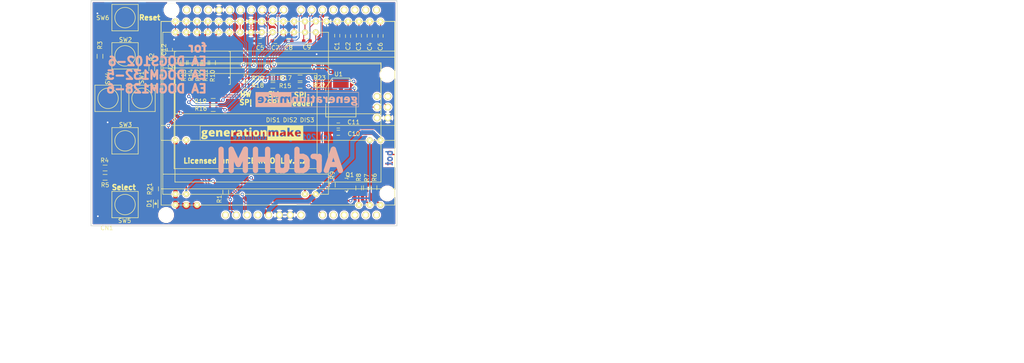
<source format=kicad_pcb>
(kicad_pcb (version 20171130) (host pcbnew 5.0.2-bee76a0~70~ubuntu18.04.1)
  (title_block (title "ArduHMI Shield") (date 2019-08-23) (rev 1.2) (company generationmake))
  (layers (0 F.Cu signal) (31 B.Cu signal) (34 B.Paste user) (35 F.Paste user) (36 B.SilkS user) (37 F.SilkS user) (38 B.Mask user) (39 F.Mask user) (44 Edge.Cuts user))
  (net 0 "")
  (net 1 GND)
  (net 2 /KEYPAD_A0)
  (net 3 +5V)
  (net 4 VIO)
  (net 5 /DISPLAY_BL)
  (net 6 /RESET)
  (net 7 /DIS_V4)
  (net 8 /DIS_V3)
  (net 9 /DIS_V2)
  (net 10 /DIS_V1)
  (net 11 /DIS_VOUT)
  (net 12 /DIS_V0)
  (net 13 /DIS_CAP1N)
  (net 14 /DIS_CAP3P)
  (net 15 /DIS_CAP1P)
  (net 16 /DIS_CAP2P)
  (net 17 /DIS_CAP2N)
  (net 18 /DIS_C3)
  (net 19 /DIS_C2)
  (net 20 +3V3)
  (net 21 /DIS_SI)
  (net 22 /DIS_CLK)
  (net 23 /DIS_A0)
  (net 24 /DIS_RESET)
  (net 25 /DIS_CS)
  (net 26 /DIS_C1)
  (net 27 "Net-(Q1-Pad3)")
  (net 28 /BUTTON_UP)
  (net 29 /BUTTON_DOWN)
  (net 30 /BUTTON_LEFT)
  (net 31 /BUTTON_SELECT)
  (net 32 /ARDU_A0)
  (net 33 /ARDU_RESET)
  (net 34 /ARDU_SI_1)
  (net 35 /ARDU_CS_1)
  (net 36 /ARDU_CLK_1)
  (net 37 /ARDU_SI)
  (net 38 /ARDU_CLK)
  (net 39 /ARDU_CS)
  (net 40 /ARDU_SI_2)
  (net 41 /ARDU_CS_2)
  (net 42 /ARDU_CLK_2)
  (net 43 "Net-(D1-Pad2)")
  (net 44 /ARDU_CLK_3)
  (net 45 /ARDU_SI_3)
  (module SOIC:SOIC-20_7.5x12.8mm_Pitch1.27mm (layer F.Cu) (at 77.2 92.85 90)
    (fp_text reference U2 (at 0 -7.5 90) (layer F.SilkS))
    (fp_text value 74VHC245D)
    (pad 1 smd rect (at -4.7 -5.715 90) (size 1.95 0.6) (layers F.Cu F.Paste F.Mask) (net 20 +3V3))
    (pad 2 smd rect (at -4.7 -4.445 90) (size 1.95 0.6) (layers F.Cu F.Paste F.Mask) (net 39 /ARDU_CS))
    (pad 3 smd rect (at -4.7 -3.175 90) (size 1.95 0.6) (layers F.Cu F.Paste F.Mask) (net 33 /ARDU_RESET))
    (pad 4 smd rect (at -4.7 -1.905 90) (size 1.95 0.6) (layers F.Cu F.Paste F.Mask) (net 32 /ARDU_A0))
    (pad 5 smd rect (at -4.7 -0.635 90) (size 1.95 0.6) (layers F.Cu F.Paste F.Mask) (net 38 /ARDU_CLK))
    (pad 6 smd rect (at -4.7 0.635 90) (size 1.95 0.6) (layers F.Cu F.Paste F.Mask) (net 37 /ARDU_SI))
    (pad 7 smd rect (at -4.7 1.905 90) (size 1.95 0.6) (layers F.Cu F.Paste F.Mask) (net 1 GND))
    (pad 8 smd rect (at -4.7 3.175 90) (size 1.95 0.6) (layers F.Cu F.Paste F.Mask) (net 1 GND))
    (pad 9 smd rect (at -4.7 4.445 90) (size 1.95 0.6) (layers F.Cu F.Paste F.Mask) (net 1 GND))
    (pad 10 smd rect (at -4.7 5.715 90) (size 1.95 0.6) (layers F.Cu F.Paste F.Mask) (net 1 GND))
    (pad 11 smd rect (at 4.7 5.715 90) (size 1.95 0.6) (layers F.Cu F.Paste F.Mask))
    (pad 12 smd rect (at 4.7 4.445 90) (size 1.95 0.6) (layers F.Cu F.Paste F.Mask))
    (pad 13 smd rect (at 4.7 3.175 90) (size 1.95 0.6) (layers F.Cu F.Paste F.Mask))
    (pad 14 smd rect (at 4.7 1.905 90) (size 1.95 0.6) (layers F.Cu F.Paste F.Mask) (net 21 /DIS_SI))
    (pad 15 smd rect (at 4.7 0.635 90) (size 1.95 0.6) (layers F.Cu F.Paste F.Mask) (net 22 /DIS_CLK))
    (pad 16 smd rect (at 4.7 -0.635 90) (size 1.95 0.6) (layers F.Cu F.Paste F.Mask) (net 23 /DIS_A0))
    (pad 17 smd rect (at 4.7 -1.905 90) (size 1.95 0.6) (layers F.Cu F.Paste F.Mask) (net 24 /DIS_RESET))
    (pad 18 smd rect (at 4.7 -3.175 90) (size 1.95 0.6) (layers F.Cu F.Paste F.Mask) (net 25 /DIS_CS))
    (pad 19 smd rect (at 4.7 -4.445 90) (size 1.95 0.6) (layers F.Cu F.Paste F.Mask) (net 1 GND))
    (pad 20 smd rect (at 4.7 -5.715 90) (size 1.95 0.6) (layers F.Cu F.Paste F.Mask) (net 20 +3V3))
  )
  (module SOT_TO:SOT-23 (layer F.Cu) (at 110.8 120.3 270)
    (fp_text reference Q1 (at -2.3 -1.1) (layer F.SilkS))
    (fp_text value 2N7002)
    (pad 3 smd rect (at 0 -0.99822 270) (size 0.8001 0.8001) (layers F.Cu F.Paste F.Mask) (net 27 "Net-(Q1-Pad3)"))
    (pad 2 smd rect (at 0.95 1.00076 270) (size 0.8001 0.8001) (layers F.Cu F.Paste F.Mask) (net 1 GND))
    (pad 1 smd rect (at -0.95 1.00076 270) (size 0.8001 0.8001) (layers F.Cu F.Paste F.Mask) (net 5 /DISPLAY_BL))
  )
  (module capacitors:C_0603 (layer F.Cu) (at 108.95 85.25 270)
    (fp_text reference C1 (at 2.45 0.05 270) (layer F.SilkS))
    (fp_text value 1uF)
    (pad 2 smd rect (at 0.75 0 270) (size 0.8 0.75) (layers F.Cu F.Paste F.Mask) (net 1 GND))
    (pad 1 smd rect (at -0.75 0 270) (size 0.8 0.75) (layers F.Cu F.Paste F.Mask) (net 7 /DIS_V4))
  )
  (module capacitors:C_0603 (layer F.Cu) (at 111.5 85.35 270)
    (fp_text reference C2 (at 2.35 0 270) (layer F.SilkS))
    (fp_text value 1uF)
    (pad 2 smd rect (at 0.75 0 270) (size 0.8 0.75) (layers F.Cu F.Paste F.Mask) (net 1 GND))
    (pad 1 smd rect (at -0.75 0 270) (size 0.8 0.75) (layers F.Cu F.Paste F.Mask) (net 8 /DIS_V3))
  )
  (module resistors:R_0603 (layer F.Cu) (at 82.7 122.1 90)
    (fp_text reference R1 (at -1.6 -1.5 90) (layer F.SilkS))
    (fp_text value 2k)
    (pad 2 smd rect (at 0.75 0 90) (size 0.5 0.9) (layers F.Cu F.Paste F.Mask) (net 2 /KEYPAD_A0))
    (pad 1 smd rect (at -0.75 0 90) (size 0.5 0.9) (layers F.Cu F.Paste F.Mask) (net 4 VIO))
  )
  (module resistors:R_0603 (layer F.Cu) (at 65.3 93 90)
    (fp_text reference R2 (at 2.7 0 90) (layer F.SilkS))
    (fp_text value 330)
    (pad 2 smd rect (at 0.75 0 90) (size 0.5 0.9) (layers F.Cu F.Paste F.Mask) (net 28 /BUTTON_UP))
    (pad 1 smd rect (at -0.75 0 90) (size 0.5 0.9) (layers F.Cu F.Paste F.Mask) (net 2 /KEYPAD_A0))
  )
  (module resistors:R_0603 (layer F.Cu) (at 53.1 90.1 270)
    (fp_text reference R3 (at -2.6 0 270) (layer F.SilkS))
    (fp_text value 620)
    (pad 2 smd rect (at 0.75 0 270) (size 0.5 0.9) (layers F.Cu F.Paste F.Mask) (net 29 /BUTTON_DOWN))
    (pad 1 smd rect (at -0.75 0 270) (size 0.5 0.9) (layers F.Cu F.Paste F.Mask) (net 28 /BUTTON_UP))
  )
  (module resistors:R_0603 (layer F.Cu) (at 117.6 121.05 90)
    (fp_text reference R6 (at 2.45 0.1 90) (layer F.SilkS))
    (fp_text value 30)
    (pad 2 smd rect (at 0.75 0 90) (size 0.5 0.9) (layers F.Cu F.Paste F.Mask) (net 27 "Net-(Q1-Pad3)"))
    (pad 1 smd rect (at -0.75 0 90) (size 0.5 0.9) (layers F.Cu F.Paste F.Mask) (net 18 /DIS_C3))
  )
  (module resistors:R_0603 (layer F.Cu) (at 115.8 121.05 90)
    (fp_text reference R7 (at 2.35 0.1 90) (layer F.SilkS))
    (fp_text value 30)
    (pad 2 smd rect (at 0.75 0 90) (size 0.5 0.9) (layers F.Cu F.Paste F.Mask) (net 27 "Net-(Q1-Pad3)"))
    (pad 1 smd rect (at -0.75 0 90) (size 0.5 0.9) (layers F.Cu F.Paste F.Mask) (net 19 /DIS_C2))
  )
  (module resistors:R_0603 (layer F.Cu) (at 114 121.1 90)
    (fp_text reference R8 (at 2.5 0 90) (layer F.SilkS))
    (fp_text value 30)
    (pad 2 smd rect (at 0.75 0 90) (size 0.5 0.9) (layers F.Cu F.Paste F.Mask) (net 27 "Net-(Q1-Pad3)"))
    (pad 1 smd rect (at -0.75 0 90) (size 0.5 0.9) (layers F.Cu F.Paste F.Mask) (net 26 /DIS_C1))
  )
  (module resistors:R_0603 (layer F.Cu) (at 107.8 120.4 90)
    (fp_text reference R9 (at 2.3 0 90) (layer F.SilkS))
    (fp_text value 1k)
    (pad 2 smd rect (at 0.75 0 90) (size 0.5 0.9) (layers F.Cu F.Paste F.Mask) (net 5 /DISPLAY_BL))
    (pad 1 smd rect (at -0.75 0 90) (size 0.5 0.9) (layers F.Cu F.Paste F.Mask) (net 4 VIO))
  )
  (module resistors:R_0603 (layer F.Cu) (at 54.3 116.4 180)
    (fp_text reference R4 (at 0.1 1.8 180) (layer F.SilkS))
    (fp_text value 1k)
    (pad 2 smd rect (at 0.75 0 180) (size 0.5 0.9) (layers F.Cu F.Paste F.Mask) (net 30 /BUTTON_LEFT))
    (pad 1 smd rect (at -0.75 0 180) (size 0.5 0.9) (layers F.Cu F.Paste F.Mask) (net 29 /BUTTON_DOWN))
  )
  (module resistors:R_0603 (layer F.Cu) (at 54.3 118.6)
    (fp_text reference R5 (at 0 1.8) (layer F.SilkS))
    (fp_text value 3k3)
    (pad 2 smd rect (at 0.75 0) (size 0.5 0.9) (layers F.Cu F.Paste F.Mask) (net 31 /BUTTON_SELECT))
    (pad 1 smd rect (at -0.75 0) (size 0.5 0.9) (layers F.Cu F.Paste F.Mask) (net 30 /BUTTON_LEFT))
  )
  (module capacitors:C_0603 (layer F.Cu) (at 114.05 85.25 270)
    (fp_text reference C3 (at 2.55 0.05 270) (layer F.SilkS))
    (fp_text value 1uF)
    (pad 2 smd rect (at 0.75 0 270) (size 0.8 0.75) (layers F.Cu F.Paste F.Mask) (net 1 GND))
    (pad 1 smd rect (at -0.75 0 270) (size 0.8 0.75) (layers F.Cu F.Paste F.Mask) (net 9 /DIS_V2))
  )
  (module capacitors:C_0603 (layer F.Cu) (at 116.6 85.25 270)
    (fp_text reference C4 (at 2.55 0 270) (layer F.SilkS))
    (fp_text value 1uF)
    (pad 2 smd rect (at 0.75 0 270) (size 0.8 0.75) (layers F.Cu F.Paste F.Mask) (net 1 GND))
    (pad 1 smd rect (at -0.75 0 270) (size 0.8 0.75) (layers F.Cu F.Paste F.Mask) (net 10 /DIS_V1))
  )
  (module capacitors:C_0603 (layer F.Cu) (at 90.8 86.5 180)
    (fp_text reference C5 (at 0 -1.6 180) (layer F.SilkS))
    (fp_text value 1uF)
    (pad 2 smd rect (at 0.75 0 180) (size 0.8 0.75) (layers F.Cu F.Paste F.Mask) (net 1 GND))
    (pad 1 smd rect (at -0.75 0 180) (size 0.8 0.75) (layers F.Cu F.Paste F.Mask) (net 11 /DIS_VOUT))
  )
  (module capacitors:C_0603 (layer F.Cu) (at 119.15 85.3 270)
    (fp_text reference C6 (at 2.5 0.05 270) (layer F.SilkS))
    (fp_text value 1uF)
    (pad 2 smd rect (at 0.75 0 270) (size 0.8 0.75) (layers F.Cu F.Paste F.Mask) (net 1 GND))
    (pad 1 smd rect (at -0.75 0 270) (size 0.8 0.75) (layers F.Cu F.Paste F.Mask) (net 12 /DIS_V0))
  )
  (module capacitors:C_0603 (layer F.Cu) (at 94.4 86.5)
    (fp_text reference C7 (at 0 1.6) (layer F.SilkS))
    (fp_text value 1uF)
    (pad 2 smd rect (at 0.75 0) (size 0.8 0.75) (layers F.Cu F.Paste F.Mask) (net 13 /DIS_CAP1N))
    (pad 1 smd rect (at -0.75 0) (size 0.8 0.75) (layers F.Cu F.Paste F.Mask) (net 14 /DIS_CAP3P))
  )
  (module capacitors:C_0603 (layer F.Cu) (at 97.5 86.5)
    (fp_text reference C8 (at 0 1.6) (layer F.SilkS))
    (fp_text value 1uF)
    (pad 2 smd rect (at 0.75 0) (size 0.8 0.75) (layers F.Cu F.Paste F.Mask) (net 15 /DIS_CAP1P))
    (pad 1 smd rect (at -0.75 0) (size 0.8 0.75) (layers F.Cu F.Paste F.Mask) (net 13 /DIS_CAP1N))
  )
  (module capacitors:C_0603 (layer F.Cu) (at 101.8 86.5)
    (fp_text reference C9 (at 0 1.5) (layer F.SilkS))
    (fp_text value 1uF)
    (pad 2 smd rect (at 0.75 0) (size 0.8 0.75) (layers F.Cu F.Paste F.Mask) (net 17 /DIS_CAP2N))
    (pad 1 smd rect (at -0.75 0) (size 0.8 0.75) (layers F.Cu F.Paste F.Mask) (net 16 /DIS_CAP2P))
  )
  (module displays:EA_DOGM128 (layer F.Cu) (at 95 103.5)
    (fp_text reference DIS1 (at -1.15 1.6) (layer F.SilkS))
    (fp_text value EA_DOGM128-6)
    (pad 18 thru_hole circle (at 19.05 21.59) (size 1.4 1.4) (drill 0.6) (layers *.Cu *.Mask F.SilkS) (net 26 /DIS_C1))
    (pad 3 thru_hole circle (at -19.05 21.59) (size 1.4 1.4) (drill 0.6) (layers *.Cu *.Mask F.SilkS) (net 3 +5V))
    (pad 40 thru_hole circle (at -24.13 -21.59) (size 1.4 1.4) (drill 0.6) (layers *.Cu *.Mask F.SilkS) (net 25 /DIS_CS))
    (pad 39 thru_hole circle (at -21.59 -21.59) (size 1.4 1.4) (drill 0.6) (layers *.Cu *.Mask F.SilkS) (net 24 /DIS_RESET))
    (pad 38 thru_hole circle (at -19.05 -21.59) (size 1.4 1.4) (drill 0.6) (layers *.Cu *.Mask F.SilkS) (net 23 /DIS_A0))
    (pad 37 thru_hole circle (at -16.51 -21.59) (size 1.4 1.4) (drill 0.6) (layers *.Cu *.Mask F.SilkS) (net 22 /DIS_CLK))
    (pad 36 thru_hole circle (at -13.97 -21.59) (size 1.4 1.4) (drill 0.6) (layers *.Cu *.Mask F.SilkS) (net 21 /DIS_SI))
    (pad 35 thru_hole circle (at -11.43 -21.59) (size 1.4 1.4) (drill 0.6) (layers *.Cu *.Mask F.SilkS) (net 20 +3V3))
    (pad 34 thru_hole circle (at -8.89 -21.59) (size 1.4 1.4) (drill 0.6) (layers *.Cu *.Mask F.SilkS) (net 20 +3V3))
    (pad 33 thru_hole circle (at -6.35 -21.59) (size 1.4 1.4) (drill 0.6) (layers *.Cu *.Mask F.SilkS) (net 1 GND))
    (pad 32 thru_hole circle (at -3.81 -21.59) (size 1.4 1.4) (drill 0.6) (layers *.Cu *.Mask F.SilkS) (net 11 /DIS_VOUT))
    (pad 31 thru_hole circle (at -1.27 -21.59) (size 1.4 1.4) (drill 0.6) (layers *.Cu *.Mask F.SilkS) (net 14 /DIS_CAP3P))
    (pad 30 thru_hole circle (at 1.27 -21.59) (size 1.4 1.4) (drill 0.6) (layers *.Cu *.Mask F.SilkS) (net 13 /DIS_CAP1N))
    (pad 29 thru_hole circle (at 3.81 -21.59) (size 1.4 1.4) (drill 0.6) (layers *.Cu *.Mask F.SilkS) (net 15 /DIS_CAP1P))
    (pad 28 thru_hole circle (at 6.35 -21.59) (size 1.4 1.4) (drill 0.6) (layers *.Cu *.Mask F.SilkS) (net 16 /DIS_CAP2P))
    (pad 27 thru_hole circle (at 8.89 -21.59) (size 1.4 1.4) (drill 0.6) (layers *.Cu *.Mask F.SilkS) (net 17 /DIS_CAP2N))
    (pad 26 thru_hole circle (at 11.43 -21.59) (size 1.4 1.4) (drill 0.6) (layers *.Cu *.Mask F.SilkS) (net 1 GND))
    (pad 25 thru_hole circle (at 13.97 -21.59) (size 1.4 1.4) (drill 0.6) (layers *.Cu *.Mask F.SilkS) (net 7 /DIS_V4))
    (pad 24 thru_hole circle (at 16.51 -21.59) (size 1.4 1.4) (drill 0.6) (layers *.Cu *.Mask F.SilkS) (net 8 /DIS_V3))
    (pad 23 thru_hole circle (at 19.05 -21.59) (size 1.4 1.4) (drill 0.6) (layers *.Cu *.Mask F.SilkS) (net 9 /DIS_V2))
    (pad 22 thru_hole circle (at 21.59 -21.59) (size 1.4 1.4) (drill 0.6) (layers *.Cu *.Mask F.SilkS) (net 10 /DIS_V1))
    (pad 21 thru_hole circle (at 24.13 -21.59) (size 1.4 1.4) (drill 0.6) (layers *.Cu *.Mask F.SilkS) (net 12 /DIS_V0))
    (pad 19 thru_hole circle (at 21.59 21.59) (size 1.4 1.4) (drill 0.6) (layers *.Cu *.Mask F.SilkS) (net 19 /DIS_C2))
    (pad 20 thru_hole circle (at 24.13 21.59) (size 1.4 1.4) (drill 0.6) (layers *.Cu *.Mask F.SilkS) (net 18 /DIS_C3))
    (pad 2 thru_hole circle (at -21.59 21.59) (size 1.4 1.4) (drill 0.6) (layers *.Cu *.Mask F.SilkS) (net 3 +5V))
    (pad 1 thru_hole circle (at -24.13 21.59) (size 1.4 1.4) (drill 0.6) (layers *.Cu *.Mask F.SilkS) (net 3 +5V))
  )
  (module displays:EA_DOGM081_162_163_132 (layer F.Cu) (at 95 95.88)
    (fp_text reference DIS2 (at 2.85 9.22) (layer F.SilkS))
    (fp_text value EA_DOGM132-5)
    (pad 1 thru_hole circle (at -24.13 13.97) (size 1.4 1.4) (drill 0.6) (layers *.Cu *.Mask F.SilkS) (net 3 +5V))
    (pad 2 thru_hole circle (at -21.59 13.97) (size 1.4 1.4) (drill 0.6) (layers *.Cu *.Mask F.SilkS) (net 26 /DIS_C1))
    (pad 20 thru_hole circle (at 24.13 13.97) (size 1.4 1.4) (drill 0.6) (layers *.Cu *.Mask F.SilkS) (net 3 +5V))
    (pad 19 thru_hole circle (at 21.59 13.97) (size 1.4 1.4) (drill 0.6) (layers *.Cu *.Mask F.SilkS) (net 19 /DIS_C2))
    (pad 21 thru_hole circle (at 24.13 -13.97) (size 1.4 1.4) (drill 0.6) (layers *.Cu *.Mask F.SilkS) (net 12 /DIS_V0))
    (pad 22 thru_hole circle (at 21.59 -13.97) (size 1.4 1.4) (drill 0.6) (layers *.Cu *.Mask F.SilkS) (net 10 /DIS_V1))
    (pad 23 thru_hole circle (at 19.05 -13.97) (size 1.4 1.4) (drill 0.6) (layers *.Cu *.Mask F.SilkS) (net 9 /DIS_V2))
    (pad 24 thru_hole circle (at 16.51 -13.97) (size 1.4 1.4) (drill 0.6) (layers *.Cu *.Mask F.SilkS) (net 8 /DIS_V3))
    (pad 25 thru_hole circle (at 13.97 -13.97) (size 1.4 1.4) (drill 0.6) (layers *.Cu *.Mask F.SilkS) (net 7 /DIS_V4))
    (pad 26 thru_hole circle (at 11.43 -13.97) (size 1.4 1.4) (drill 0.6) (layers *.Cu *.Mask F.SilkS) (net 1 GND))
    (pad 27 thru_hole circle (at 8.89 -13.97) (size 1.4 1.4) (drill 0.6) (layers *.Cu *.Mask F.SilkS) (net 17 /DIS_CAP2N))
    (pad 28 thru_hole circle (at 6.35 -13.97) (size 1.4 1.4) (drill 0.6) (layers *.Cu *.Mask F.SilkS) (net 16 /DIS_CAP2P))
    (pad 29 thru_hole circle (at 3.81 -13.97) (size 1.4 1.4) (drill 0.6) (layers *.Cu *.Mask F.SilkS) (net 15 /DIS_CAP1P))
    (pad 30 thru_hole circle (at 1.27 -13.97) (size 1.4 1.4) (drill 0.6) (layers *.Cu *.Mask F.SilkS) (net 13 /DIS_CAP1N))
    (pad 31 thru_hole circle (at -1.27 -13.97) (size 1.4 1.4) (drill 0.6) (layers *.Cu *.Mask F.SilkS) (net 14 /DIS_CAP3P))
    (pad 32 thru_hole circle (at -3.81 -13.97) (size 1.4 1.4) (drill 0.6) (layers *.Cu *.Mask F.SilkS) (net 11 /DIS_VOUT))
    (pad 33 thru_hole circle (at -6.35 -13.97) (size 1.4 1.4) (drill 0.6) (layers *.Cu *.Mask F.SilkS) (net 1 GND))
    (pad 34 thru_hole circle (at -8.89 -13.97) (size 1.4 1.4) (drill 0.6) (layers *.Cu *.Mask F.SilkS) (net 20 +3V3))
    (pad 35 thru_hole circle (at -11.43 -13.97) (size 1.4 1.4) (drill 0.6) (layers *.Cu *.Mask F.SilkS) (net 20 +3V3))
    (pad 36 thru_hole circle (at -13.97 -13.97) (size 1.4 1.4) (drill 0.6) (layers *.Cu *.Mask F.SilkS) (net 21 /DIS_SI))
    (pad 37 thru_hole circle (at -16.51 -13.97) (size 1.4 1.4) (drill 0.6) (layers *.Cu *.Mask F.SilkS) (net 22 /DIS_CLK))
    (pad 38 thru_hole circle (at -19.05 -13.97) (size 1.4 1.4) (drill 0.6) (layers *.Cu *.Mask F.SilkS) (net 23 /DIS_A0))
    (pad 39 thru_hole circle (at -21.59 -13.97) (size 1.4 1.4) (drill 0.6) (layers *.Cu *.Mask F.SilkS) (net 24 /DIS_RESET))
    (pad 40 thru_hole circle (at -24.13 -13.97) (size 1.4 1.4) (drill 0.6) (layers *.Cu *.Mask F.SilkS) (net 25 /DIS_CS))
  )
  (module displays:EA_DOGS102 (layer F.Cu) (at 87.38 103.5)
    (fp_text reference DIS3 (at 14.47 1.6) (layer F.SilkS))
    (fp_text value EA_DOGS102-6)
    (pad 15 thru_hole circle (at 16.51 -19.05) (size 1.4 1.4) (drill 0.6) (layers *.Cu *.Mask F.SilkS) (net 11 /DIS_VOUT))
    (pad 16 thru_hole circle (at 13.97 -19.05) (size 1.4 1.4) (drill 0.6) (layers *.Cu *.Mask F.SilkS) (net 16 /DIS_CAP2P))
    (pad 17 thru_hole circle (at 11.43 -19.05) (size 1.4 1.4) (drill 0.6) (layers *.Cu *.Mask F.SilkS) (net 15 /DIS_CAP1P))
    (pad 18 thru_hole circle (at 8.89 -19.05) (size 1.4 1.4) (drill 0.6) (layers *.Cu *.Mask F.SilkS) (net 13 /DIS_CAP1N))
    (pad 19 thru_hole circle (at 6.35 -19.05) (size 1.4 1.4) (drill 0.6) (layers *.Cu *.Mask F.SilkS) (net 17 /DIS_CAP2N))
    (pad 20 thru_hole circle (at 3.81 -19.05) (size 1.4 1.4) (drill 0.6) (layers *.Cu *.Mask F.SilkS) (net 1 GND))
    (pad 21 thru_hole circle (at 1.27 -19.05) (size 1.4 1.4) (drill 0.6) (layers *.Cu *.Mask F.SilkS) (net 1 GND))
    (pad 22 thru_hole circle (at -1.27 -19.05) (size 1.4 1.4) (drill 0.6) (layers *.Cu *.Mask F.SilkS) (net 20 +3V3))
    (pad 23 thru_hole circle (at -3.81 -19.05) (size 1.4 1.4) (drill 0.6) (layers *.Cu *.Mask F.SilkS) (net 20 +3V3))
    (pad 24 thru_hole circle (at -6.35 -19.05) (size 1.4 1.4) (drill 0.6) (layers *.Cu *.Mask F.SilkS) (net 21 /DIS_SI))
    (pad 25 thru_hole circle (at -8.89 -19.05) (size 1.4 1.4) (drill 0.6) (layers *.Cu *.Mask F.SilkS) (net 22 /DIS_CLK))
    (pad 26 thru_hole circle (at -11.43 -19.05) (size 1.4 1.4) (drill 0.6) (layers *.Cu *.Mask F.SilkS) (net 23 /DIS_A0))
    (pad 27 thru_hole circle (at -13.97 -19.05) (size 1.4 1.4) (drill 0.6) (layers *.Cu *.Mask F.SilkS) (net 24 /DIS_RESET))
    (pad 28 thru_hole circle (at -16.51 -19.05) (size 1.4 1.4) (drill 0.6) (layers *.Cu *.Mask F.SilkS) (net 25 /DIS_CS))
    (pad 1 thru_hole circle (at -16.51 19.05) (size 1.4 1.4) (drill 0.6) (layers *.Cu *.Mask F.SilkS) (net 3 +5V))
    (pad 2 thru_hole circle (at -13.97 19.05) (size 1.4 1.4) (drill 0.6) (layers *.Cu *.Mask F.SilkS) (net 26 /DIS_C1))
    (pad 14 thru_hole circle (at 16.51 19.05) (size 1.4 1.4) (drill 0.6) (layers *.Cu *.Mask F.SilkS) (net 3 +5V))
    (pad 13 thru_hole circle (at 13.97 19.05) (size 1.4 1.4) (drill 0.6) (layers *.Cu *.Mask F.SilkS) (net 19 /DIS_C2))
  )
  (module capacitors:C_0603 (layer F.Cu) (at 109.2 108.1 180)
    (fp_text reference C10 (at -3.65 -0.25 180) (layer F.SilkS))
    (fp_text value 1uF)
    (pad 2 smd rect (at 0.75 0 180) (size 0.8 0.75) (layers F.Cu F.Paste F.Mask) (net 1 GND))
    (pad 1 smd rect (at -0.75 0 180) (size 0.8 0.75) (layers F.Cu F.Paste F.Mask) (net 3 +5V))
  )
  (module capacitors:C_0603 (layer F.Cu) (at 109.2 106.4 180)
    (fp_text reference C11 (at -3.6 0.8 180) (layer F.SilkS))
    (fp_text value 1uF)
    (pad 1 smd rect (at -0.75 0 180) (size 0.8 0.75) (layers F.Cu F.Paste F.Mask) (net 20 +3V3))
    (pad 2 smd rect (at 0.75 0 180) (size 0.8 0.75) (layers F.Cu F.Paste F.Mask) (net 1 GND))
  )
  (module SOT_TO:SOT-223 (layer F.Cu) (at 109.8 99.8)
    (fp_text reference U1 (at -0.55 -5.5) (layer F.SilkS))
    (fp_text value LT1117)
    (pad 4 smd rect (at 0 -3.302) (size 3.6576 2.032) (layers F.Cu F.Paste F.Mask) (net 20 +3V3))
    (pad 2 smd rect (at 0 3.302) (size 1.016 2.032) (layers F.Cu F.Paste F.Mask) (net 20 +3V3))
    (pad 3 smd rect (at 2.286 3.302) (size 1.016 2.032) (layers F.Cu F.Paste F.Mask) (net 3 +5V))
    (pad 1 smd rect (at -2.286 3.302) (size 1.016 2.032) (layers F.Cu F.Paste F.Mask) (net 1 GND))
  )
  (module capacitors:C_0603 (layer F.Cu) (at 69.55 88.55 90)
    (fp_text reference C12 (at 0 -1.4 90) (layer F.SilkS))
    (fp_text value 100nF)
    (pad 1 smd rect (at -0.75 0 90) (size 0.8 0.75) (layers F.Cu F.Paste F.Mask) (net 20 +3V3))
    (pad 2 smd rect (at 0.75 0 90) (size 0.8 0.75) (layers F.Cu F.Paste F.Mask) (net 1 GND))
  )
  (module resistors:R_0603 (layer F.Cu) (at 79.6 91.6 270)
    (fp_text reference R10 (at 3.1 0 270) (layer F.SilkS))
    (fp_text value DNI)
    (pad 1 smd rect (at -0.75 0 270) (size 0.5 0.9) (layers F.Cu F.Paste F.Mask) (net 21 /DIS_SI))
    (pad 2 smd rect (at 0.75 0 270) (size 0.5 0.9) (layers F.Cu F.Paste F.Mask) (net 37 /ARDU_SI))
  )
  (module resistors:R_0603 (layer F.Cu) (at 77.9 91.6 270)
    (fp_text reference R11 (at 3 0 270) (layer F.SilkS))
    (fp_text value DNI)
    (pad 2 smd rect (at 0.75 0 270) (size 0.5 0.9) (layers F.Cu F.Paste F.Mask) (net 38 /ARDU_CLK))
    (pad 1 smd rect (at -0.75 0 270) (size 0.5 0.9) (layers F.Cu F.Paste F.Mask) (net 22 /DIS_CLK))
  )
  (module resistors:R_0603 (layer F.Cu) (at 76.2 91.6 270)
    (fp_text reference R12 (at 3 0 270) (layer F.SilkS))
    (fp_text value DNI)
    (pad 1 smd rect (at -0.75 0 270) (size 0.5 0.9) (layers F.Cu F.Paste F.Mask) (net 23 /DIS_A0))
    (pad 2 smd rect (at 0.75 0 270) (size 0.5 0.9) (layers F.Cu F.Paste F.Mask) (net 32 /ARDU_A0))
  )
  (module resistors:R_0603 (layer F.Cu) (at 72.8 91.6 270)
    (fp_text reference R13 (at 3 0 270) (layer F.SilkS))
    (fp_text value DNI)
    (pad 2 smd rect (at 0.75 0 270) (size 0.5 0.9) (layers F.Cu F.Paste F.Mask) (net 39 /ARDU_CS))
    (pad 1 smd rect (at -0.75 0 270) (size 0.5 0.9) (layers F.Cu F.Paste F.Mask) (net 25 /DIS_CS))
  )
  (module resistors:R_0603 (layer F.Cu) (at 74.5 91.55 270)
    (fp_text reference R14 (at 3 0 270) (layer F.SilkS))
    (fp_text value DNI)
    (pad 1 smd rect (at -0.75 0 270) (size 0.5 0.9) (layers F.Cu F.Paste F.Mask) (net 24 /DIS_RESET))
    (pad 2 smd rect (at 0.75 0 270) (size 0.5 0.9) (layers F.Cu F.Paste F.Mask) (net 33 /ARDU_RESET))
  )
  (module resistors:R_0603 (layer F.Cu) (at 93.8 96.95 180)
    (fp_text reference R15 (at -2.9 -0.1 180) (layer F.SilkS))
    (fp_text value DNI)
    (pad 2 smd rect (at 0.75 0 180) (size 0.5 0.9) (layers F.Cu F.Paste F.Mask) (net 38 /ARDU_CLK))
    (pad 1 smd rect (at -0.75 0 180) (size 0.5 0.9) (layers F.Cu F.Paste F.Mask) (net 42 /ARDU_CLK_2))
  )
  (module resistors:R_0603 (layer F.Cu) (at 79.75 102.4 180)
    (fp_text reference R16 (at 2.9 0 180) (layer F.SilkS))
    (fp_text value 0R)
    (pad 1 smd rect (at -0.75 0 180) (size 0.5 0.9) (layers F.Cu F.Paste F.Mask) (net 41 /ARDU_CS_2))
    (pad 2 smd rect (at 0.75 0 180) (size 0.5 0.9) (layers F.Cu F.Paste F.Mask) (net 39 /ARDU_CS))
  )
  (module resistors:R_0603 (layer F.Cu) (at 93.8 95.2 180)
    (fp_text reference R17 (at -3 0 180) (layer F.SilkS))
    (fp_text value DNI)
    (pad 2 smd rect (at 0.75 0 180) (size 0.5 0.9) (layers F.Cu F.Paste F.Mask) (net 37 /ARDU_SI))
    (pad 1 smd rect (at -0.75 0 180) (size 0.5 0.9) (layers F.Cu F.Paste F.Mask) (net 40 /ARDU_SI_2))
  )
  (module resistors:R_0603 (layer F.Cu) (at 87.4 96.95)
    (fp_text reference R18 (at 2.85 0) (layer F.SilkS))
    (fp_text value 0R)
    (pad 1 smd rect (at -0.75 0) (size 0.5 0.9) (layers F.Cu F.Paste F.Mask) (net 36 /ARDU_CLK_1))
    (pad 2 smd rect (at 0.75 0) (size 0.5 0.9) (layers F.Cu F.Paste F.Mask) (net 38 /ARDU_CLK))
  )
  (module resistors:R_0603 (layer F.Cu) (at 79.75 100.7 180)
    (fp_text reference R19 (at 3 0 180) (layer F.SilkS))
    (fp_text value DNI)
    (pad 1 smd rect (at -0.75 0 180) (size 0.5 0.9) (layers F.Cu F.Paste F.Mask) (net 35 /ARDU_CS_1))
    (pad 2 smd rect (at 0.75 0 180) (size 0.5 0.9) (layers F.Cu F.Paste F.Mask) (net 39 /ARDU_CS))
  )
  (module resistors:R_0603 (layer F.Cu) (at 87.4 95.2)
    (fp_text reference R20 (at 2.85 0.05) (layer F.SilkS))
    (fp_text value 0R)
    (pad 2 smd rect (at 0.75 0) (size 0.5 0.9) (layers F.Cu F.Paste F.Mask) (net 37 /ARDU_SI))
    (pad 1 smd rect (at -0.75 0) (size 0.5 0.9) (layers F.Cu F.Paste F.Mask) (net 34 /ARDU_SI_1))
  )
  (module resistors:R_0603 (layer F.Cu) (at 66.2 121.3 90)
    (fp_text reference R21 (at 0 -1.4 90) (layer F.SilkS))
    (fp_text value 1k)
    (pad 1 smd rect (at -0.75 0 90) (size 0.5 0.9) (layers F.Cu F.Paste F.Mask) (net 43 "Net-(D1-Pad2)"))
    (pad 2 smd rect (at 0.75 0 90) (size 0.5 0.9) (layers F.Cu F.Paste F.Mask) (net 20 +3V3))
  )
  (module LEDs:LED_0603 (layer F.Cu) (at 66.2 124.7 90)
    (fp_text reference D1 (at 0 -1.5 90) (layer F.SilkS))
    (fp_text value green)
    (pad 2 smd rect (at 0.7493 0 270) (size 0.79756 0.79756) (layers F.Cu F.Paste F.Mask) (net 43 "Net-(D1-Pad2)"))
    (pad 1 smd rect (at -0.7493 0 270) (size 0.79756 0.79756) (layers F.Cu F.Paste F.Mask) (net 1 GND))
  )
  (module mechanical-switches:WE_430182050816 (layer F.Cu) (at 63 100 90)
    (fp_text reference SW1 (at 4.9 -0.1 90) (layer F.SilkS))
    (fp_text value TAST_VER)
    (pad 1 smd rect (at -4 -2.25 90) (size 1.55 1.3) (layers F.Cu F.Paste F.Mask) (net 1 GND))
    (pad 2 smd rect (at -4 2.25 90) (size 1.55 1.3) (layers F.Cu F.Paste F.Mask) (net 2 /KEYPAD_A0))
    (pad 3 smd rect (at 4 -2.25 90) (size 1.55 1.3) (layers F.Cu F.Paste F.Mask) (net 1 GND))
    (pad 4 smd rect (at 4 2.25 90) (size 1.55 1.3) (layers F.Cu F.Paste F.Mask) (net 2 /KEYPAD_A0))
  )
  (module mechanical-switches:WE_430182050816 (layer F.Cu) (at 59 90)
    (fp_text reference SW2 (at 0.1 -3.8) (layer F.SilkS))
    (fp_text value TAST_VER)
    (pad 1 smd rect (at -4 -2.25) (size 1.55 1.3) (layers F.Cu F.Paste F.Mask) (net 1 GND))
    (pad 2 smd rect (at -4 2.25) (size 1.55 1.3) (layers F.Cu F.Paste F.Mask) (net 28 /BUTTON_UP))
    (pad 3 smd rect (at 4 -2.25) (size 1.55 1.3) (layers F.Cu F.Paste F.Mask) (net 1 GND))
    (pad 4 smd rect (at 4 2.25) (size 1.55 1.3) (layers F.Cu F.Paste F.Mask) (net 28 /BUTTON_UP))
  )
  (module mechanical-switches:WE_430182050816 (layer F.Cu) (at 59 110)
    (fp_text reference SW3 (at 0.1 -3.8) (layer F.SilkS))
    (fp_text value TAST_VER)
    (pad 4 smd rect (at 4 2.25) (size 1.55 1.3) (layers F.Cu F.Paste F.Mask) (net 29 /BUTTON_DOWN))
    (pad 3 smd rect (at 4 -2.25) (size 1.55 1.3) (layers F.Cu F.Paste F.Mask) (net 1 GND))
    (pad 2 smd rect (at -4 2.25) (size 1.55 1.3) (layers F.Cu F.Paste F.Mask) (net 29 /BUTTON_DOWN))
    (pad 1 smd rect (at -4 -2.25) (size 1.55 1.3) (layers F.Cu F.Paste F.Mask) (net 1 GND))
  )
  (module mechanical-switches:WE_430182050816 (layer F.Cu) (at 55 100 270)
    (fp_text reference SW4 (at -4.75 0.05 270) (layer F.SilkS))
    (fp_text value TAST_VER)
    (pad 1 smd rect (at -4 -2.25 270) (size 1.55 1.3) (layers F.Cu F.Paste F.Mask) (net 1 GND))
    (pad 2 smd rect (at -4 2.25 270) (size 1.55 1.3) (layers F.Cu F.Paste F.Mask) (net 30 /BUTTON_LEFT))
    (pad 3 smd rect (at 4 -2.25 270) (size 1.55 1.3) (layers F.Cu F.Paste F.Mask) (net 1 GND))
    (pad 4 smd rect (at 4 2.25 270) (size 1.55 1.3) (layers F.Cu F.Paste F.Mask) (net 30 /BUTTON_LEFT))
  )
  (module mechanical-switches:WE_430182050816 (layer F.Cu) (at 59 125 180)
    (fp_text reference SW5 (at 0.1 -3.8 180) (layer F.SilkS))
    (fp_text value TAST_VER)
    (pad 4 smd rect (at 4 2.25 180) (size 1.55 1.3) (layers F.Cu F.Paste F.Mask) (net 31 /BUTTON_SELECT))
    (pad 3 smd rect (at 4 -2.25 180) (size 1.55 1.3) (layers F.Cu F.Paste F.Mask) (net 1 GND))
    (pad 2 smd rect (at -4 2.25 180) (size 1.55 1.3) (layers F.Cu F.Paste F.Mask) (net 31 /BUTTON_SELECT))
    (pad 1 smd rect (at -4 -2.25 180) (size 1.55 1.3) (layers F.Cu F.Paste F.Mask) (net 1 GND))
  )
  (module mechanical-switches:WE_430182050816 (layer F.Cu) (at 59 81)
    (fp_text reference SW6 (at -5.25 0.05) (layer F.SilkS))
    (fp_text value TAST_VER)
    (pad 1 smd rect (at -4 -2.25) (size 1.55 1.3) (layers F.Cu F.Paste F.Mask) (net 1 GND))
    (pad 2 smd rect (at -4 2.25) (size 1.55 1.3) (layers F.Cu F.Paste F.Mask) (net 6 /RESET))
    (pad 3 smd rect (at 4 -2.25) (size 1.55 1.3) (layers F.Cu F.Paste F.Mask) (net 1 GND))
    (pad 4 smd rect (at 4 2.25) (size 1.55 1.3) (layers F.Cu F.Paste F.Mask) (net 6 /RESET))
  )
  (module labels:generationmake_logo (layer F.Cu) (at 88.75 113.45)
    (fp_text reference G*** hide)
    (fp_text value generationmake_logo hide)
  )
  (module labels:generationmake_logo (layer B.Cu) (at 101.9 105.55 180)
    (fp_text reference G*** hide)
    (fp_text value generationmake_logo hide)
  )
  (module MODULE_compute:ARDUINO_ISP (layer F.Cu) (at 54.7 130)
    (fp_text reference CN1 (at 0 0.5) (layer F.SilkS))
    (fp_text value ARDUINO_ISP)
    (pad "" np_thru_hole circle (at 66.04 -35.56) (size 3.175 3.175) (drill 3.175) (layers *.Cu *.Mask F.SilkS))
    (pad "" np_thru_hole circle (at 66.04 -7.62) (size 3.175 3.175) (drill 3.175) (layers *.Cu *.Mask F.SilkS))
    (pad "" np_thru_hole circle (at 15.24 -50.8) (size 3.175 3.175) (drill 3.175) (layers *.Cu *.Mask F.SilkS))
    (pad "" np_thru_hole circle (at 13.97 -2.54) (size 3.175 3.175) (drill 3.175) (layers *.Cu *.Mask F.SilkS))
    (pad 23 thru_hole circle (at 50.8 -2.54) (size 1.6 1.6) (drill 1) (layers *.Cu *.Mask F.SilkS) (net 2 /KEYPAD_A0))
    (pad 22 thru_hole circle (at 53.34 -2.54) (size 1.6 1.6) (drill 1) (layers *.Cu *.Mask F.SilkS))
    (pad 21 thru_hole circle (at 55.88 -2.54) (size 1.6 1.6) (drill 1) (layers *.Cu *.Mask F.SilkS))
    (pad 20 thru_hole circle (at 58.42 -2.54) (size 1.6 1.6) (drill 1) (layers *.Cu *.Mask F.SilkS))
    (pad 19 thru_hole circle (at 60.96 -2.54) (size 1.6 1.6) (drill 1) (layers *.Cu *.Mask F.SilkS))
    (pad 18 thru_hole circle (at 63.5 -2.54) (size 1.6 1.6) (drill 1) (layers *.Cu *.Mask F.SilkS))
    (pad 31 thru_hole circle (at 27.94 -2.54) (size 1.6 1.6) (drill 1) (layers *.Cu *.Mask F.SilkS))
    (pad 30 thru_hole circle (at 30.48 -2.54) (size 1.6 1.6) (drill 1) (layers *.Cu *.Mask F.SilkS) (net 4 VIO))
    (pad 29 thru_hole circle (at 33.02 -2.54) (size 1.6 1.6) (drill 1) (layers *.Cu *.Mask F.SilkS) (net 6 /RESET))
    (pad 28 thru_hole circle (at 35.56 -2.54) (size 1.6 1.6) (drill 1) (layers *.Cu *.Mask F.SilkS))
    (pad 27 thru_hole circle (at 38.1 -2.54) (size 1.6 1.6) (drill 1) (layers *.Cu *.Mask F.SilkS) (net 3 +5V))
    (pad 26 thru_hole circle (at 40.64 -2.54) (size 1.6 1.6) (drill 1) (layers *.Cu *.Mask F.SilkS) (net 1 GND))
    (pad 25 thru_hole circle (at 43.18 -2.54) (size 1.6 1.6) (drill 1) (layers *.Cu *.Mask F.SilkS) (net 1 GND))
    (pad 24 thru_hole circle (at 45.72 -2.54) (size 1.6 1.6) (drill 1) (layers *.Cu *.Mask F.SilkS))
    (pad 7 thru_hole circle (at 45.72 -50.8) (size 1.6 1.6) (drill 1) (layers *.Cu *.Mask F.SilkS) (net 42 /ARDU_CLK_2))
    (pad 6 thru_hole circle (at 48.26 -50.8) (size 1.6 1.6) (drill 1) (layers *.Cu *.Mask F.SilkS) (net 41 /ARDU_CS_2))
    (pad 5 thru_hole circle (at 50.8 -50.8) (size 1.6 1.6) (drill 1) (layers *.Cu *.Mask F.SilkS) (net 40 /ARDU_SI_2))
    (pad 4 thru_hole circle (at 53.34 -50.8) (size 1.6 1.6) (drill 1) (layers *.Cu *.Mask F.SilkS))
    (pad 3 thru_hole circle (at 55.88 -50.8) (size 1.6 1.6) (drill 1) (layers *.Cu *.Mask F.SilkS))
    (pad 2 thru_hole circle (at 58.42 -50.8) (size 1.6 1.6) (drill 1) (layers *.Cu *.Mask F.SilkS))
    (pad 1 thru_hole circle (at 60.96 -50.8) (size 1.6 1.6) (drill 1) (layers *.Cu *.Mask F.SilkS))
    (pad 17 thru_hole circle (at 18.796 -50.8) (size 1.6 1.6) (drill 1) (layers *.Cu *.Mask F.SilkS))
    (pad 16 thru_hole circle (at 21.336 -50.8) (size 1.6 1.6) (drill 1) (layers *.Cu *.Mask F.SilkS))
    (pad 15 thru_hole circle (at 23.876 -50.8) (size 1.6 1.6) (drill 1) (layers *.Cu *.Mask F.SilkS))
    (pad 14 thru_hole circle (at 26.416 -50.8) (size 1.6 1.6) (drill 1) (layers *.Cu *.Mask F.SilkS) (net 1 GND))
    (pad 13 thru_hole circle (at 28.956 -50.8) (size 1.6 1.6) (drill 1) (layers *.Cu *.Mask F.SilkS) (net 36 /ARDU_CLK_1))
    (pad 12 thru_hole circle (at 31.496 -50.8) (size 1.6 1.6) (drill 1) (layers *.Cu *.Mask F.SilkS) (net 35 /ARDU_CS_1))
    (pad 11 thru_hole circle (at 34.036 -50.8) (size 1.6 1.6) (drill 1) (layers *.Cu *.Mask F.SilkS) (net 34 /ARDU_SI_1))
    (pad 10 thru_hole circle (at 36.576 -50.8) (size 1.6 1.6) (drill 1) (layers *.Cu *.Mask F.SilkS) (net 5 /DISPLAY_BL))
    (pad 9 thru_hole circle (at 39.116 -50.8) (size 1.6 1.6) (drill 1) (layers *.Cu *.Mask F.SilkS) (net 33 /ARDU_RESET))
    (pad 8 thru_hole circle (at 41.656 -50.8) (size 1.6 1.6) (drill 1) (layers *.Cu *.Mask F.SilkS) (net 32 /ARDU_A0))
    (pad 0 thru_hole circle (at 63.5 -50.8) (size 1.6 1.6) (drill 1) (layers *.Cu *.Mask F.SilkS))
    (pad 41 thru_hole circle (at 63.627 -30.48) (size 1.6 1.6) (drill 1) (layers *.Cu *.Mask F.SilkS))
    (pad 43 thru_hole circle (at 63.627 -27.94) (size 1.6 1.6) (drill 1) (layers *.Cu *.Mask F.SilkS) (net 44 /ARDU_CLK_3))
    (pad 45 thru_hole circle (at 63.627 -25.4) (size 1.6 1.6) (drill 1) (layers *.Cu *.Mask F.SilkS))
    (pad 46 thru_hole circle (at 66.167 -25.4) (size 1.6 1.6) (drill 1) (layers *.Cu *.Mask F.SilkS) (net 1 GND))
    (pad 44 thru_hole circle (at 66.167 -27.94) (size 1.6 1.6) (drill 1) (layers *.Cu *.Mask F.SilkS) (net 45 /ARDU_SI_3))
    (pad 42 thru_hole circle (at 66.167 -30.48) (size 1.6 1.6) (drill 1) (layers *.Cu *.Mask F.SilkS))
  )
  (module resistors:R_0603 (layer F.Cu) (at 100.2 96.95 180)
    (fp_text reference R22 (at -4.5 -0.05 180) (layer F.SilkS))
    (fp_text value DNI)
    (pad 1 smd rect (at -0.75 0 180) (size 0.5 0.9) (layers F.Cu F.Paste F.Mask) (net 44 /ARDU_CLK_3))
    (pad 2 smd rect (at 0.75 0 180) (size 0.5 0.9) (layers F.Cu F.Paste F.Mask) (net 38 /ARDU_CLK))
  )
  (module resistors:R_0603 (layer F.Cu) (at 100.2 95.2 180)
    (fp_text reference R23 (at -4.6 0 180) (layer F.SilkS))
    (fp_text value DNI)
    (pad 2 smd rect (at 0.75 0 180) (size 0.5 0.9) (layers F.Cu F.Paste F.Mask) (net 37 /ARDU_SI))
    (pad 1 smd rect (at -0.75 0 180) (size 0.5 0.9) (layers F.Cu F.Paste F.Mask) (net 45 /ARDU_SI_3))
  )
  (gr_text Select (at 58.7 120.95) (layer F.SilkS) (effects (font (size 1.2 1.2) (thickness 0.3))))
  (gr_text Reset (at 64.8 81) (layer F.SilkS) (effects (font (size 1.2 1.2) (thickness 0.3))))
  (gr_text "SPI\nHeader" (at 100.25 100.2) (layer F.SilkS) (effects (font (size 1.2 1.2) (thickness 0.3))))
  (gr_text "for\nEA DOGS102-6\nEA DOGM132-5\nEA DOGM128-6" (at 78.5 92.9) (layer B.SilkS) (effects (font (size 2 2) (thickness 0.5)) (justify left mirror)))
  (gr_text ArduHMI (at 95.3 114.75) (layer B.SilkS) (effects (font (size 5 5) (thickness 1.25)) (justify mirror)))
  (gr_text "SW\nSPI" (at 93.9 100.05) (layer F.SilkS) (effects (font (size 1.2 1.2) (thickness 0.3))))
  (gr_text "HW\nSPI" (at 87.4 100) (layer F.SilkS) (effects (font (size 1.2 1.2) (thickness 0.3))))
  (gr_line (start 123 130) (end 123 77) (angle 90) (layer Edge.Cuts) (width 0.15))
  (gr_text bot (at 121.2 114 90) (layer B.Cu) (effects (font (size 1.5 1.5) (thickness 0.3)) (justify mirror)))
  (gr_text top (at 121.2 114 90) (layer F.Cu) (effects (font (size 1.5 1.5) (thickness 0.3))))
  (gr_text "Licensed under CERN OHL v.1.2" (at 87.3 114.7) (layer F.SilkS) (effects (font (size 1.2 1.2) (thickness 0.3))))
  (gr_text "(c) 2019 generationmake" (at 95.9 109.1) (layer B.Cu) (effects (font (size 1.2 1.2) (thickness 0.3)) (justify mirror)))
  (gr_text 1.2 (at 62.25 118.65) (layer F.Cu) (effects (font (size 1.5 1.5) (thickness 0.3))))
  (gr_text ArduHMI (at 62.2 116.3) (layer F.Cu) (effects (font (size 1.5 1.5) (thickness 0.3))))
  (gr_line (start 51 77) (end 51 130) (angle 90) (layer Edge.Cuts) (width 0.15))
  (gr_line (start 123 77) (end 51 77) (angle 90) (layer Edge.Cuts) (width 0.15))
  (gr_line (start 51 130) (end 123 130) (angle 90) (layer Edge.Cuts) (width 0.15))
  (segment (start 113.12 127.08) (end 113.12 127.46) (width 0.4) (layer F.Cu) (net 0))
  (segment (start 118.2 127.46) (end 118.24 127.46) (width 0.4) (layer F.Cu) (net 0))
  (segment (start 110.58 127.46) (end 110.58 126.78) (width 0.2) (layer F.Cu) (net 0))
  (segment (start 110.58 127.46) (end 110.58 127.12) (width 0.2) (layer F.Cu) (net 0))
  (segment (start 100.42 127.46) (end 100.74 127.46) (width 1) (layer F.Cu) (net 0))
  (segment (start 110.58 79.2) (end 110.4 79.2) (width 0.2) (layer F.Cu) (net 0))
  (segment (start 113.12 79.2) (end 113.12 78.88) (width 0.4) (layer F.Cu) (net 0))
  (segment (start 115.66 79.2) (end 115.66 79.94) (width 0.2) (layer F.Cu) (net 0))
  (segment (start 115.66 79.2) (end 114.9 79.2) (width 0.2) (layer F.Cu) (net 0))
  (segment (start 115.2 79.2) (end 115.66 79.2) (width 0.4) (layer F.Cu) (net 0))
  (segment (start 118.2 79.2) (end 118.2 79.95) (width 0.2) (layer F.Cu) (net 0))
  (segment (start 118.2 79.2) (end 118.2 79.3) (width 0.2) (layer F.Cu) (net 0))
  (via (at 92 95.8) (size 0.8) (drill 0.4) (layers F.Cu B.Cu) (net 37))
  (segment (start 88.65 82.899949) (end 88.65 84.45) (width 0.2) (layer F.Cu) (net 1))
  (segment (start 88.65 81.91) (end 88.65 82.899949) (width 0.2) (layer F.Cu) (net 1))
  (segment (start 88.65 84.45) (end 91.19 84.45) (width 0.2) (layer F.Cu) (net 1))
  (segment (start 57.75032 127.25044) (end 62.2512 122.74956) (width 0.2) (layer B.Cu) (net 1))
  (segment (start 55.7488 127.25044) (end 57.75032 127.25044) (width 0.2) (layer B.Cu) (net 1))
  (segment (start 55.7488 116.24716) (end 55.7488 112.25044) (width 0.2) (layer B.Cu) (net 1))
  (segment (start 62.2512 122.74956) (end 55.7488 116.24716) (width 0.2) (layer B.Cu) (net 1))
  (segment (start 60.24968 107.74956) (end 62.2512 107.74956) (width 0.2) (layer B.Cu) (net 1))
  (segment (start 55.7488 112.25044) (end 60.24968 107.74956) (width 0.2) (layer B.Cu) (net 1))
  (segment (start 62.2512 106.25044) (end 65.25044 103.2512) (width 0.2) (layer B.Cu) (net 1))
  (segment (start 62.2512 107.74956) (end 62.2512 106.25044) (width 0.2) (layer B.Cu) (net 1))
  (segment (start 60.74956 98.75032) (end 60.74956 96.7488) (width 0.2) (layer B.Cu) (net 1))
  (segment (start 65.25044 103.2512) (end 60.74956 98.75032) (width 0.2) (layer B.Cu) (net 1))
  (segment (start 58.249929 104.250689) (end 58.249929 105.849929) (width 0.2) (layer B.Cu) (net 1))
  (segment (start 57.25044 103.2512) (end 58.249929 104.250689) (width 0.2) (layer B.Cu) (net 1))
  (segment (start 60.14956 107.74956) (end 62.2512 107.74956) (width 0.2) (layer B.Cu) (net 1))
  (segment (start 58.249929 105.849929) (end 60.14956 107.74956) (width 0.2) (layer B.Cu) (net 1))
  (segment (start 57.25044 101.24968) (end 52.74956 96.7488) (width 0.2) (layer B.Cu) (net 1))
  (segment (start 57.25044 103.2512) (end 57.25044 101.24968) (width 0.2) (layer B.Cu) (net 1))
  (segment (start 52.74956 95.24968) (end 55.7488 92.25044) (width 0.2) (layer B.Cu) (net 1))
  (segment (start 52.74956 96.7488) (end 52.74956 95.24968) (width 0.2) (layer B.Cu) (net 1))
  (segment (start 60.24968 87.74956) (end 62.2512 87.74956) (width 0.2) (layer B.Cu) (net 1))
  (segment (start 55.7488 92.25044) (end 60.24968 87.74956) (width 0.2) (layer B.Cu) (net 1))
  (segment (start 60.24792 87.74956) (end 55.7488 83.25044) (width 0.2) (layer B.Cu) (net 1))
  (segment (start 62.2512 87.74956) (end 60.24792 87.74956) (width 0.2) (layer B.Cu) (net 1))
  (segment (start 57.75032 83.25044) (end 62.2512 78.74956) (width 0.2) (layer B.Cu) (net 1))
  (segment (start 55.7488 83.25044) (end 57.75032 83.25044) (width 0.2) (layer B.Cu) (net 1))
  (segment (start 78 86.2) (end 78.1 86.1) (width 0.2) (layer B.Cu) (net 1))
  (segment (start 72 86.2) (end 78 86.2) (width 0.2) (layer B.Cu) (net 1))
  (segment (start 70.45044 87.74956) (end 72 86.2) (width 0.2) (layer B.Cu) (net 1))
  (segment (start 62.2512 87.74956) (end 70.45044 87.74956) (width 0.2) (layer B.Cu) (net 1))
  (segment (start 80.316001 79.999999) (end 80.316001 80.383999) (width 0.2) (layer B.Cu) (net 1))
  (segment (start 81.116 79.2) (end 80.316001 79.999999) (width 0.2) (layer B.Cu) (net 1))
  (segment (start 80.316001 80.383999) (end 79.7 81) (width 0.2) (layer B.Cu) (net 1))
  (segment (start 79.7 81) (end 79.7 85.9) (width 0.2) (layer B.Cu) (net 1))
  (segment (start 79.5 86.1) (end 79.4 86.1) (width 0.2) (layer B.Cu) (net 1))
  (segment (start 79.7 85.9) (end 79.5 86.1) (width 0.2) (layer B.Cu) (net 1))
  (segment (start 84.8 86.1) (end 79.4 86.1) (width 0.2) (layer B.Cu) (net 1))
  (segment (start 79.4 86.1) (end 78.1 86.1) (width 0.2) (layer B.Cu) (net 1))
  (segment (start 116.65 86.05) (end 116.6 86) (width 0.2) (layer F.Cu) (net 1))
  (segment (start 119.15 86.05) (end 116.65 86.05) (width 0.2) (layer F.Cu) (net 1))
  (segment (start 116.025 86) (end 114.05 86) (width 0.2) (layer F.Cu) (net 1))
  (segment (start 116.6 86) (end 116.025 86) (width 0.2) (layer F.Cu) (net 1))
  (segment (start 111.6 86) (end 111.5 86.1) (width 0.2) (layer F.Cu) (net 1))
  (segment (start 114.05 86) (end 111.6 86) (width 0.2) (layer F.Cu) (net 1))
  (segment (start 109.05 86.1) (end 108.95 86) (width 0.2) (layer F.Cu) (net 1))
  (segment (start 111.5 86.1) (end 109.05 86.1) (width 0.2) (layer F.Cu) (net 1))
  (segment (start 108.375 86) (end 107.575 85.2) (width 0.2) (layer F.Cu) (net 1))
  (segment (start 108.95 86) (end 108.375 86) (width 0.2) (layer F.Cu) (net 1))
  (segment (start 107.575 83.055) (end 106.43 81.91) (width 0.2) (layer F.Cu) (net 1))
  (segment (start 107.575 85.2) (end 107.575 83.055) (width 0.2) (layer F.Cu) (net 1))
  (segment (start 90.05 85.59) (end 91.19 84.45) (width 0.2) (layer F.Cu) (net 1))
  (segment (start 90.05 86.5) (end 90.05 85.59) (width 0.2) (layer F.Cu) (net 1))
  (segment (start 90.05 87.075) (end 92.575 89.6) (width 0.2) (layer F.Cu) (net 1))
  (segment (start 90.05 86.5) (end 90.05 87.075) (width 0.2) (layer F.Cu) (net 1))
  (via (at 104.1 89.6) (size 0.8) (drill 0.4) (layers F.Cu B.Cu) (net 1))
  (segment (start 92.575 89.6) (end 104.1 89.6) (width 0.2) (layer F.Cu) (net 1))
  (segment (start 106.43 87.27) (end 106.43 81.91) (width 0.2) (layer B.Cu) (net 1))
  (segment (start 104.1 89.6) (end 106.43 87.27) (width 0.2) (layer B.Cu) (net 1))
  (segment (start 96.47137 127.46) (end 97.88 127.46) (width 0.2) (layer B.Cu) (net 1))
  (segment (start 95.34 127.46) (end 96.47137 127.46) (width 0.2) (layer B.Cu) (net 1))
  (segment (start 98.679999 126.660001) (end 98.679999 125.920001) (width 0.2) (layer B.Cu) (net 1))
  (segment (start 97.88 127.46) (end 98.679999 126.660001) (width 0.2) (layer B.Cu) (net 1))
  (segment (start 98.679999 125.920001) (end 99.5 125.1) (width 0.2) (layer B.Cu) (net 1))
  (segment (start 102.820002 125.1) (end 110.020002 117.9) (width 0.2) (layer B.Cu) (net 1))
  (segment (start 99.5 125.1) (end 102.820002 125.1) (width 0.2) (layer B.Cu) (net 1))
  (via (at 111.2 122) (size 0.8) (drill 0.4) (layers F.Cu B.Cu) (net 1))
  (segment (start 110.020002 117.9) (end 110.4 117.9) (width 0.2) (layer B.Cu) (net 1))
  (segment (start 110.45 121.25) (end 111.2 122) (width 0.4) (layer F.Cu) (net 1))
  (segment (start 109.79924 121.25) (end 110.45 121.25) (width 0.4) (layer F.Cu) (net 1))
  (via (at 107 101) (size 0.8) (drill 0.4) (layers F.Cu B.Cu) (net 1))
  (segment (start 108.8 106.75) (end 108.8 105.1) (width 1) (layer F.Cu) (net 1))
  (segment (start 108.8 105.1) (end 103.9 105.1) (width 1) (layer B.Cu) (net 1))
  (segment (start 103.9 105.1) (end 99.1 100.3) (width 1) (layer B.Cu) (net 1))
  (segment (start 99.1 94.6) (end 104.1 89.6) (width 1) (layer B.Cu) (net 1))
  (segment (start 99.1 100.3) (end 99.1 94.6) (width 1) (layer B.Cu) (net 1))
  (segment (start 66.2 125.4493) (end 64.95094 125.4493) (width 0.2) (layer F.Cu) (net 1))
  (via (at 52.5 80) (size 0.8) (drill 0.4) (layers F.Cu B.Cu) (net 1))
  (via (at 52.6 127.75) (size 0.8) (drill 0.4) (layers F.Cu B.Cu) (net 1))
  (via (at 54.9 105.65) (size 0.8) (drill 0.4) (layers F.Cu B.Cu) (net 1))
  (via (at 83.5 95.1) (size 0.8) (drill 0.4) (layers F.Cu B.Cu) (net 1))
  (via (at 70.55 86.15) (size 0.8) (drill 0.4) (layers F.Cu B.Cu) (net 1))
  (via (at 88.6 101.8) (size 0.8) (drill 0.4) (layers F.Cu B.Cu) (net 1))
  (segment (start 65.25044 93.79956) (end 65.3 93.75) (width 0.2) (layer F.Cu) (net 2))
  (segment (start 65.25044 96.7488) (end 65.25044 93.79956) (width 0.2) (layer F.Cu) (net 2))
  (segment (start 75.8 111.3) (end 75.8 117.6) (width 0.2) (layer F.Cu) (net 2))
  (segment (start 75.8 111.3) (end 75.8 110.4) (width 0.2) (layer F.Cu) (net 2))
  (segment (start 79.55 121.35) (end 82.7 121.35) (width 0.2) (layer F.Cu) (net 2))
  (segment (start 75.8 117.6) (end 79.55 121.35) (width 0.2) (layer F.Cu) (net 2))
  (segment (start 66.2 100.8) (end 75.8 110.4) (width 0.2) (layer F.Cu) (net 2))
  (segment (start 65.25044 98.1) (end 65.25044 96.7488) (width 0.2) (layer F.Cu) (net 2))
  (segment (start 65.25044 99.85044) (end 66.2 100.8) (width 0.2) (layer F.Cu) (net 2))
  (segment (start 104.700001 126.660001) (end 105.5 127.46) (width 0.2) (layer F.Cu) (net 2))
  (segment (start 102.74001 124.70001) (end 104.700001 126.660001) (width 0.2) (layer F.Cu) (net 2))
  (segment (start 87.30001 124.70001) (end 102.74001 124.70001) (width 0.2) (layer F.Cu) (net 2))
  (segment (start 84 121.4) (end 87.30001 124.70001) (width 0.2) (layer F.Cu) (net 2))
  (segment (start 84 121.35) (end 84 121.4) (width 0.2) (layer F.Cu) (net 2))
  (segment (start 82.7 121.35) (end 84 121.35) (width 0.2) (layer F.Cu) (net 2))
  (segment (start 65.25 98.40044) (end 65.25 104) (width 0.2) (layer F.Cu) (net 2))
  (segment (start 65.25044 98.4) (end 65.25 98.40044) (width 0.2) (layer F.Cu) (net 2))
  (segment (start 65.25044 98.4) (end 65.25044 99.85044) (width 0.2) (layer F.Cu) (net 2))
  (segment (start 65.25044 98.1) (end 65.25044 98.4) (width 0.2) (layer F.Cu) (net 2))
  (segment (start 92.8 127.46) (end 92.8 127.1) (width 0.4) (layer F.Cu) (net 3))
  (segment (start 75.95 125.09) (end 70.87 125.09) (width 0.2) (layer F.Cu) (net 3))
  (segment (start 75.95 125.09) (end 76.66001 125.80001) (width 0.2) (layer F.Cu) (net 3))
  (segment (start 103.190001 123.249999) (end 103.89 122.55) (width 1) (layer B.Cu) (net 3))
  (segment (start 102.14001 124.29999) (end 103.190001 123.249999) (width 1) (layer B.Cu) (net 3))
  (segment (start 94.82864 124.29999) (end 102.14001 124.29999) (width 1) (layer B.Cu) (net 3))
  (segment (start 92.8 126.32863) (end 94.82864 124.29999) (width 1) (layer B.Cu) (net 3))
  (segment (start 92.8 127.46) (end 92.8 126.32863) (width 1) (layer B.Cu) (net 3))
  (segment (start 91.14001 125.80001) (end 89.3 125.80001) (width 1) (layer F.Cu) (net 3))
  (segment (start 92.8 127.46) (end 91.14001 125.80001) (width 1) (layer F.Cu) (net 3))
  (segment (start 76.66001 125.80001) (end 89.3 125.80001) (width 0.2) (layer F.Cu) (net 3))
  (segment (start 71.58001 125.80001) (end 70.87 125.09) (width 1) (layer F.Cu) (net 3))
  (segment (start 89.3 125.80001) (end 71.58001 125.80001) (width 1) (layer F.Cu) (net 3))
  (segment (start 70.87 125.09) (end 70.87 122.55) (width 1) (layer F.Cu) (net 3))
  (segment (start 70.87 121.560051) (end 70.87 109.85) (width 1) (layer F.Cu) (net 3))
  (segment (start 70.87 122.55) (end 70.87 121.560051) (width 1) (layer F.Cu) (net 3))
  (segment (start 73.41 125.09) (end 70.87 125.09) (width 1) (layer F.Cu) (net 3))
  (segment (start 75.95 125.09) (end 73.41 125.09) (width 1) (layer F.Cu) (net 3))
  (segment (start 119.13 109.85) (end 117.38 108.1) (width 1) (layer F.Cu) (net 3))
  (segment (start 117.38 108.1) (end 115.7 108.1) (width 1) (layer F.Cu) (net 3))
  (segment (start 115.7 108.1) (end 113.05 108.1) (width 1) (layer F.Cu) (net 3))
  (segment (start 112.5 113.94) (end 103.89 122.55) (width 1) (layer B.Cu) (net 3))
  (segment (start 112.5 110.3) (end 112.5 113.94) (width 1) (layer B.Cu) (net 3))
  (segment (start 114.8 108) (end 112.5 110.3) (width 1) (layer B.Cu) (net 3))
  (segment (start 117.28 108) (end 114.8 108) (width 1) (layer B.Cu) (net 3))
  (segment (start 119.13 109.85) (end 117.28 108) (width 1) (layer B.Cu) (net 3))
  (segment (start 113.05 108.1) (end 109.95 108.1) (width 1) (layer F.Cu) (net 3))
  (segment (start 112.086 107.136) (end 113.05 108.1) (width 1) (layer F.Cu) (net 3))
  (segment (start 112.086 103.102) (end 112.086 107.136) (width 1) (layer F.Cu) (net 3))
  (via (at 83.8 123.8) (size 0.8) (drill 0.4) (layers F.Cu B.Cu) (net 4))
  (segment (start 82.9 122.9) (end 83.8 123.8) (width 0.2) (layer F.Cu) (net 4))
  (segment (start 83.8 126.08) (end 85.18 127.46) (width 0.2) (layer B.Cu) (net 4))
  (segment (start 83.8 123.8) (end 83.8 126.08) (width 0.2) (layer B.Cu) (net 4))
  (via (at 88.7 118.7) (size 0.8) (drill 0.4) (layers F.Cu B.Cu) (net 4))
  (segment (start 83.8 123.234315) (end 83.8 123.8) (width 0.2) (layer B.Cu) (net 4))
  (segment (start 83.8 123.034315) (end 83.8 123.234315) (width 0.2) (layer B.Cu) (net 4))
  (segment (start 88.134315 118.7) (end 83.8 123.034315) (width 0.2) (layer B.Cu) (net 4))
  (segment (start 88.7 118.7) (end 88.134315 118.7) (width 0.2) (layer B.Cu) (net 4))
  (segment (start 89.4 119.4) (end 88.7 118.7) (width 0.2) (layer F.Cu) (net 4))
  (segment (start 104.8 119.4) (end 89.4 119.4) (width 0.2) (layer F.Cu) (net 4))
  (segment (start 107.8 121.15) (end 106.55 121.15) (width 0.2) (layer F.Cu) (net 4))
  (segment (start 106.55 121.15) (end 104.8 119.4) (width 0.2) (layer F.Cu) (net 4))
  (segment (start 91.276 79.2) (end 92.676 80.6) (width 0.2) (layer F.Cu) (net 5))
  (segment (start 92.676 80.6) (end 104.6 80.6) (width 0.2) (layer F.Cu) (net 5))
  (segment (start 107.8 119.2) (end 107.8 119.65) (width 0.2) (layer F.Cu) (net 5))
  (segment (start 105.429999 116.829999) (end 107.8 119.2) (width 0.2) (layer F.Cu) (net 5))
  (segment (start 105.429999 81.429999) (end 105.429999 116.829999) (width 0.2) (layer F.Cu) (net 5))
  (segment (start 104.6 80.6) (end 105.429999 81.429999) (width 0.2) (layer F.Cu) (net 5))
  (segment (start 109.49924 119.65) (end 109.79924 119.35) (width 0.2) (layer F.Cu) (net 5))
  (segment (start 107.8 119.65) (end 109.49924 119.65) (width 0.2) (layer F.Cu) (net 5))
  (segment (start 87.2 124) (end 87.2 126.94) (width 0.2) (layer B.Cu) (net 6))
  (segment (start 86.6 122.9) (end 86.6 122.6) (width 0.2) (layer B.Cu) (net 6))
  (segment (start 87.2 123.5) (end 86.6 122.9) (width 0.2) (layer B.Cu) (net 6))
  (segment (start 87.2 124) (end 87.2 123.5) (width 0.2) (layer B.Cu) (net 6))
  (via (at 86.6 122.6) (size 0.8) (drill 0.4) (layers F.Cu B.Cu) (net 6))
  (segment (start 87.2 126.94) (end 87.72 127.46) (width 0.2) (layer B.Cu) (net 6))
  (segment (start 85.815699 122.6) (end 86.6 122.6) (width 0.2) (layer F.Cu) (net 6))
  (segment (start 83.815699 120.6) (end 85.815699 122.6) (width 0.2) (layer F.Cu) (net 6))
  (segment (start 76.20001 117.434312) (end 79.365698 120.6) (width 0.2) (layer F.Cu) (net 6))
  (segment (start 79.365698 120.6) (end 83.815699 120.6) (width 0.2) (layer F.Cu) (net 6))
  (segment (start 76.20001 110.234311) (end 76.20001 117.434312) (width 0.2) (layer F.Cu) (net 6))
  (segment (start 67.3 101.334302) (end 76.20001 110.234311) (width 0.2) (layer F.Cu) (net 6))
  (segment (start 67.3 94.4) (end 67.3 85.15) (width 0.2) (layer F.Cu) (net 6))
  (segment (start 67.3 94.4) (end 67.3 101.334302) (width 0.2) (layer F.Cu) (net 6))
  (segment (start 65.4 83.25) (end 55 83.25) (width 0.2) (layer F.Cu) (net 6))
  (segment (start 67.3 85.15) (end 65.4 83.25) (width 0.2) (layer F.Cu) (net 6))
  (segment (start 108.95 81.93) (end 108.97 81.91) (width 0.2) (layer F.Cu) (net 7))
  (segment (start 108.95 84.5) (end 108.95 81.93) (width 0.2) (layer F.Cu) (net 7))
  (segment (start 111.5 81.92) (end 111.51 81.91) (width 0.2) (layer F.Cu) (net 8))
  (segment (start 111.5 84.6) (end 111.5 81.92) (width 0.2) (layer F.Cu) (net 8))
  (segment (start 114.05 84.5) (end 114.05 81.91) (width 0.2) (layer F.Cu) (net 9))
  (segment (start 116.6 81.92) (end 116.59 81.91) (width 0.2) (layer F.Cu) (net 10))
  (segment (start 116.6 84.5) (end 116.6 81.92) (width 0.2) (layer F.Cu) (net 10))
  (segment (start 103.89 85.439949) (end 103.89 84.45) (width 0.2) (layer F.Cu) (net 11))
  (segment (start 91.19 81.91) (end 92.45 83.17) (width 0.2) (layer F.Cu) (net 11))
  (segment (start 92.45 84.8) (end 92.45 85.15) (width 0.2) (layer F.Cu) (net 11))
  (segment (start 92.45 83.17) (end 92.45 84.8) (width 0.2) (layer F.Cu) (net 11))
  (segment (start 91.55 86.5) (end 91.55 85.925) (width 0.2) (layer F.Cu) (net 11))
  (segment (start 91.675 85.8) (end 91.8 85.8) (width 0.2) (layer F.Cu) (net 11))
  (segment (start 91.55 85.925) (end 91.675 85.8) (width 0.2) (layer F.Cu) (net 11))
  (segment (start 92.1 85.5) (end 92.1 87.4) (width 0.2) (layer F.Cu) (net 11))
  (segment (start 92.1 85.5) (end 91.8 85.8) (width 0.2) (layer F.Cu) (net 11))
  (segment (start 92.45 85.15) (end 92.1 85.5) (width 0.2) (layer F.Cu) (net 11))
  (segment (start 92.80001 88.10001) (end 102.58999 88.10001) (width 0.2) (layer F.Cu) (net 11))
  (segment (start 92.1 87.4) (end 92.80001 88.10001) (width 0.2) (layer F.Cu) (net 11))
  (segment (start 102.58999 88.10001) (end 103.89 86.8) (width 0.2) (layer F.Cu) (net 11))
  (segment (start 103.89 86.8) (end 103.89 85.439949) (width 0.2) (layer F.Cu) (net 11))
  (segment (start 119.15 81.93) (end 119.13 81.91) (width 0.2) (layer F.Cu) (net 12))
  (segment (start 119.15 84.55) (end 119.15 81.93) (width 0.2) (layer F.Cu) (net 12))
  (segment (start 96.27 82.899949) (end 96.27 84.45) (width 0.2) (layer F.Cu) (net 13))
  (segment (start 96.27 81.91) (end 96.27 82.899949) (width 0.2) (layer F.Cu) (net 13))
  (segment (start 96.75 84.93) (end 96.27 84.45) (width 0.2) (layer F.Cu) (net 13))
  (segment (start 96.75 86.5) (end 96.75 84.93) (width 0.2) (layer F.Cu) (net 13))
  (segment (start 95.15 85.57) (end 96.27 84.45) (width 0.2) (layer F.Cu) (net 13))
  (segment (start 95.15 86.5) (end 95.15 85.57) (width 0.2) (layer F.Cu) (net 13))
  (segment (start 94.25 85.925) (end 94.25 85.85) (width 0.2) (layer F.Cu) (net 14))
  (segment (start 93.65 86.5) (end 93.675 86.5) (width 0.2) (layer F.Cu) (net 14))
  (segment (start 93.675 86.5) (end 94.25 85.925) (width 0.2) (layer F.Cu) (net 14))
  (segment (start 94.25 85.85) (end 94.9 85.2) (width 0.2) (layer F.Cu) (net 14))
  (segment (start 94.9 83.08) (end 93.73 81.91) (width 0.2) (layer F.Cu) (net 14))
  (segment (start 94.9 85.2) (end 94.9 83.08) (width 0.2) (layer F.Cu) (net 14))
  (segment (start 98.81 82.899949) (end 98.81 84.45) (width 0.2) (layer F.Cu) (net 15))
  (segment (start 98.81 81.91) (end 98.81 82.899949) (width 0.2) (layer F.Cu) (net 15))
  (segment (start 98.25 85.01) (end 98.81 84.45) (width 0.2) (layer F.Cu) (net 15))
  (segment (start 98.25 86.5) (end 98.25 85.01) (width 0.2) (layer F.Cu) (net 15))
  (segment (start 101.35 81.91) (end 101.35 84.45) (width 0.2) (layer F.Cu) (net 16))
  (segment (start 101.05 84.75) (end 101.35 84.45) (width 0.2) (layer F.Cu) (net 16))
  (segment (start 101.05 86.5) (end 101.05 84.75) (width 0.2) (layer F.Cu) (net 16))
  (segment (start 92.7 85.48) (end 92.7 87.3) (width 0.2) (layer F.Cu) (net 17))
  (segment (start 93.73 84.45) (end 92.7 85.48) (width 0.2) (layer F.Cu) (net 17))
  (segment (start 92.7 87.3) (end 93.1 87.7) (width 0.2) (layer F.Cu) (net 17))
  (segment (start 102.525 86.5) (end 102.55 86.5) (width 0.2) (layer F.Cu) (net 17))
  (segment (start 101.325 87.7) (end 102.525 86.5) (width 0.2) (layer F.Cu) (net 17))
  (segment (start 93.1 87.7) (end 101.325 87.7) (width 0.2) (layer F.Cu) (net 17))
  (segment (start 102.55 83.25) (end 103.89 81.91) (width 0.2) (layer F.Cu) (net 17))
  (segment (start 102.55 86.5) (end 102.55 83.25) (width 0.2) (layer F.Cu) (net 17))
  (segment (start 117.6 123.56) (end 119.13 125.09) (width 0.4) (layer F.Cu) (net 18))
  (segment (start 117.6 121.8) (end 117.6 123.56) (width 0.4) (layer F.Cu) (net 18))
  (via (at 112.1 124.1) (size 0.8) (drill 0.4) (layers F.Cu B.Cu) (net 19))
  (segment (start 115.8 124.3) (end 116.59 125.09) (width 0.4) (layer F.Cu) (net 19))
  (segment (start 115.8 121.8) (end 115.8 124.3) (width 0.4) (layer F.Cu) (net 19))
  (segment (start 101.35 121.560051) (end 101.910051 121) (width 0.4) (layer F.Cu) (net 19))
  (segment (start 101.35 122.55) (end 101.35 121.560051) (width 0.4) (layer F.Cu) (net 19))
  (segment (start 101.910051 121) (end 104.4 121) (width 0.4) (layer F.Cu) (net 19))
  (segment (start 107.5 124.1) (end 112.1 124.1) (width 0.4) (layer F.Cu) (net 19))
  (segment (start 104.4 121) (end 107.5 124.1) (width 0.4) (layer F.Cu) (net 19))
  (segment (start 116.59 124.178002) (end 116.59 125.09) (width 0.4) (layer B.Cu) (net 19))
  (segment (start 116.39 123.5) (end 116.59 123.7) (width 0.4) (layer B.Cu) (net 19))
  (segment (start 112.7 123.5) (end 116.39 123.5) (width 0.4) (layer B.Cu) (net 19))
  (segment (start 112.1 124.1) (end 112.7 123.5) (width 0.4) (layer B.Cu) (net 19))
  (segment (start 116.59 109.85) (end 116.59 123.7) (width 0.4) (layer B.Cu) (net 19))
  (segment (start 116.59 123.7) (end 116.59 124.178002) (width 0.4) (layer B.Cu) (net 19))
  (segment (start 83.57 82.899949) (end 83.57 84.45) (width 0.2) (layer F.Cu) (net 20))
  (segment (start 83.57 81.91) (end 83.57 82.899949) (width 0.2) (layer F.Cu) (net 20))
  (segment (start 86.11 82.899949) (end 86.11 84.45) (width 0.2) (layer F.Cu) (net 20))
  (segment (start 86.11 81.91) (end 86.11 82.899949) (width 0.2) (layer F.Cu) (net 20))
  (segment (start 85.120051 81.91) (end 83.57 81.91) (width 0.2) (layer F.Cu) (net 20))
  (segment (start 86.11 81.91) (end 85.120051 81.91) (width 0.2) (layer F.Cu) (net 20))
  (via (at 103.5 92.6) (size 0.8) (drill 0.4) (layers F.Cu B.Cu) (net 20))
  (segment (start 101.4 90.5) (end 103.5 92.6) (width 0.4) (layer F.Cu) (net 20))
  (segment (start 98.1 90.5) (end 101.4 90.5) (width 0.4) (layer F.Cu) (net 20))
  (segment (start 96.6 90.5) (end 98.1 90.5) (width 0.4) (layer F.Cu) (net 20))
  (segment (start 83.57 85.439949) (end 88.630051 90.5) (width 0.4) (layer F.Cu) (net 20))
  (segment (start 83.57 84.45) (end 83.57 85.439949) (width 0.4) (layer F.Cu) (net 20))
  (segment (start 88.630051 90.5) (end 89.35 90.5) (width 0.4) (layer F.Cu) (net 20))
  (segment (start 89.35 90.5) (end 96.6 90.5) (width 0.4) (layer F.Cu) (net 20))
  (segment (start 71.485 96.875) (end 71.485 97.55) (width 0.4) (layer F.Cu) (net 20))
  (segment (start 70.785 96.175) (end 71.485 96.875) (width 0.4) (layer F.Cu) (net 20))
  (segment (start 70.785 90.225) (end 70.785 96.175) (width 0.4) (layer F.Cu) (net 20))
  (segment (start 71.485 89.525) (end 70.785 90.225) (width 0.4) (layer F.Cu) (net 20))
  (segment (start 71.485 88.15) (end 71.485 89.525) (width 0.4) (layer F.Cu) (net 20))
  (segment (start 70.785 89.76) (end 70.785 90.225) (width 0.4) (layer F.Cu) (net 20))
  (segment (start 70.325 89.3) (end 70.785 89.76) (width 0.4) (layer F.Cu) (net 20))
  (segment (start 69.55 89.3) (end 70.325 89.3) (width 0.4) (layer F.Cu) (net 20))
  (segment (start 66.4 120.55) (end 69.2 117.75) (width 0.2) (layer F.Cu) (net 20))
  (segment (start 69.2 106.4) (end 72.1 103.5) (width 0.2) (layer B.Cu) (net 20))
  (via (at 72.1 103.5) (size 0.8) (drill 0.4) (layers F.Cu B.Cu) (net 20))
  (segment (start 69.2 117.75) (end 69.2 106.4) (width 0.2) (layer F.Cu) (net 20))
  (via (at 69.2 106.4) (size 0.8) (drill 0.4) (layers F.Cu B.Cu) (net 20))
  (segment (start 66.2 120.55) (end 66.4 120.55) (width 0.2) (layer F.Cu) (net 20))
  (segment (start 71.485 102.885) (end 72.1 103.5) (width 0.4) (layer F.Cu) (net 20))
  (segment (start 71.485 97.55) (end 71.485 102.885) (width 0.4) (layer F.Cu) (net 20))
  (segment (start 72.1 103.5) (end 97.85 103.5) (width 0.4) (layer F.Cu) (net 20))
  (segment (start 103.5 97.85) (end 103.5 92.6) (width 0.4) (layer F.Cu) (net 20))
  (segment (start 97.85 103.5) (end 103.5 97.85) (width 0.4) (layer F.Cu) (net 20))
  (segment (start 110.00001 104.60294) (end 110.00001 106.4) (width 1) (layer F.Cu) (net 20))
  (segment (start 109.8 104.40293) (end 110.00001 104.60294) (width 1) (layer F.Cu) (net 20))
  (segment (start 109.8 103.102) (end 109.8 104.40293) (width 1) (layer F.Cu) (net 20))
  (segment (start 109.8 103.102) (end 109.8 96.498) (width 1) (layer F.Cu) (net 20))
  (segment (start 109.8 94.482) (end 109.118 93.8) (width 1) (layer F.Cu) (net 20))
  (segment (start 109.8 96.498) (end 109.8 94.482) (width 1) (layer F.Cu) (net 20))
  (segment (start 109.118 93.8) (end 107.4 93.8) (width 1) (layer F.Cu) (net 20))
  (via (at 107.4 93.8) (size 0.8) (drill 0.4) (layers F.Cu B.Cu) (net 20))
  (segment (start 106.2 92.6) (end 107.4 93.8) (width 0.4) (layer B.Cu) (net 20))
  (segment (start 103.5 92.6) (end 106.2 92.6) (width 0.4) (layer B.Cu) (net 20))
  (segment (start 81.03 82.899949) (end 81.03 84.45) (width 0.2) (layer F.Cu) (net 21))
  (segment (start 81.03 81.91) (end 81.03 82.899949) (width 0.2) (layer F.Cu) (net 21))
  (segment (start 79.105 86.375) (end 81.03 84.45) (width 0.4) (layer F.Cu) (net 21))
  (segment (start 79.105 88.15) (end 79.105 86.375) (width 0.4) (layer F.Cu) (net 21))
  (segment (start 79.105 90.355) (end 79.6 90.85) (width 0.4) (layer F.Cu) (net 21))
  (segment (start 79.105 88.15) (end 79.105 90.355) (width 0.4) (layer F.Cu) (net 21))
  (segment (start 78.49 82.899949) (end 78.49 84.45) (width 0.2) (layer F.Cu) (net 22))
  (segment (start 78.49 81.91) (end 78.49 82.899949) (width 0.2) (layer F.Cu) (net 22))
  (segment (start 77.835 85.105) (end 78.49 84.45) (width 0.4) (layer F.Cu) (net 22))
  (segment (start 77.835 88.15) (end 77.835 85.105) (width 0.4) (layer F.Cu) (net 22))
  (segment (start 77.835 90.785) (end 77.9 90.85) (width 0.4) (layer F.Cu) (net 22))
  (segment (start 77.835 88.15) (end 77.835 90.785) (width 0.4) (layer F.Cu) (net 22))
  (segment (start 75.95 81.91) (end 75.95 84.45) (width 0.2) (layer F.Cu) (net 23))
  (segment (start 76.565 85.065) (end 75.95 84.45) (width 0.4) (layer F.Cu) (net 23))
  (segment (start 76.565 88.15) (end 76.565 85.065) (width 0.4) (layer F.Cu) (net 23))
  (segment (start 76.565 90.485) (end 76.2 90.85) (width 0.4) (layer F.Cu) (net 23))
  (segment (start 76.565 88.15) (end 76.565 90.485) (width 0.4) (layer F.Cu) (net 23))
  (segment (start 73.41 81.91) (end 73.41 84.45) (width 0.2) (layer F.Cu) (net 24))
  (segment (start 75.295 86.335) (end 73.41 84.45) (width 0.4) (layer F.Cu) (net 24))
  (segment (start 75.295 88.15) (end 75.295 86.335) (width 0.4) (layer F.Cu) (net 24))
  (segment (start 75.295 90.005) (end 74.5 90.8) (width 0.4) (layer F.Cu) (net 24))
  (segment (start 75.295 88.15) (end 75.295 90.005) (width 0.4) (layer F.Cu) (net 24))
  (segment (start 70.87 82.899949) (end 70.87 84.45) (width 0.2) (layer F.Cu) (net 25))
  (segment (start 70.87 81.91) (end 70.87 82.899949) (width 0.2) (layer F.Cu) (net 25))
  (segment (start 74.025 86.775) (end 73.05 85.8) (width 0.4) (layer F.Cu) (net 25))
  (segment (start 74.025 88.15) (end 74.025 86.775) (width 0.4) (layer F.Cu) (net 25))
  (segment (start 72.22 85.8) (end 70.87 84.45) (width 0.4) (layer F.Cu) (net 25))
  (segment (start 73.05 85.8) (end 72.22 85.8) (width 0.4) (layer F.Cu) (net 25))
  (segment (start 74.025 89.625) (end 72.8 90.85) (width 0.4) (layer F.Cu) (net 25))
  (segment (start 74.025 88.15) (end 74.025 89.625) (width 0.4) (layer F.Cu) (net 25))
  (segment (start 104.4 120) (end 89 120) (width 0.2) (layer F.Cu) (net 26))
  (via (at 79.7 119.5) (size 0.8) (drill 0.4) (layers F.Cu B.Cu) (net 26))
  (segment (start 80.2 120) (end 80.6 120) (width 0.4) (layer F.Cu) (net 26))
  (segment (start 79.7 119.5) (end 80.2 120) (width 0.4) (layer F.Cu) (net 26))
  (segment (start 89 120) (end 80.6 120) (width 0.2) (layer F.Cu) (net 26))
  (segment (start 104.4 120) (end 107.5 123.1) (width 0.4) (layer F.Cu) (net 26))
  (segment (start 80.2 120) (end 104.4 120) (width 0.4) (layer F.Cu) (net 26))
  (segment (start 113.15 121.85) (end 114 121.85) (width 0.4) (layer F.Cu) (net 26))
  (segment (start 111.9 123.1) (end 113.15 121.85) (width 0.4) (layer F.Cu) (net 26))
  (segment (start 107.5 123.1) (end 111.9 123.1) (width 0.4) (layer F.Cu) (net 26))
  (segment (start 114 125.04) (end 114.05 125.09) (width 0.4) (layer F.Cu) (net 26))
  (segment (start 114 121.85) (end 114 125.04) (width 0.4) (layer F.Cu) (net 26))
  (segment (start 73.41 109.85) (end 73.41 122.55) (width 0.4) (layer F.Cu) (net 26))
  (segment (start 79.134315 119.5) (end 79.7 119.5) (width 0.4) (layer B.Cu) (net 26))
  (segment (start 75.470051 119.5) (end 79.134315 119.5) (width 0.4) (layer B.Cu) (net 26))
  (segment (start 73.41 121.560051) (end 75.470051 119.5) (width 0.4) (layer B.Cu) (net 26))
  (segment (start 73.41 122.55) (end 73.41 121.560051) (width 0.4) (layer B.Cu) (net 26))
  (segment (start 113.95 120.3) (end 114 120.35) (width 0.2) (layer F.Cu) (net 27))
  (segment (start 111.79822 120.3) (end 113.95 120.3) (width 0.2) (layer F.Cu) (net 27))
  (segment (start 115.75 120.35) (end 115.8 120.3) (width 0.2) (layer F.Cu) (net 27))
  (segment (start 114 120.35) (end 115.75 120.35) (width 0.2) (layer F.Cu) (net 27))
  (segment (start 115.8 120.3) (end 117.6 120.3) (width 0.2) (layer F.Cu) (net 27))
  (segment (start 111.79822 120.3) (end 117.6 120.3) (width 1) (layer F.Cu) (net 27))
  (segment (start 62.25164 92.25) (end 62.2512 92.25044) (width 0.2) (layer F.Cu) (net 28))
  (segment (start 65.3 92.25) (end 62.25164 92.25) (width 0.2) (layer F.Cu) (net 28))
  (segment (start 61.54956 92.25) (end 55 92.25) (width 0.2) (layer F.Cu) (net 28))
  (segment (start 61.55 92.25044) (end 61.54956 92.25) (width 0.2) (layer F.Cu) (net 28))
  (segment (start 62.2512 92.25044) (end 61.55 92.25044) (width 0.2) (layer F.Cu) (net 28))
  (segment (start 55 91.4) (end 55 92.25) (width 0.2) (layer F.Cu) (net 28))
  (segment (start 55 91.05) (end 55 91.4) (width 0.2) (layer F.Cu) (net 28))
  (segment (start 53.3 89.35) (end 55 91.05) (width 0.2) (layer F.Cu) (net 28))
  (segment (start 53.1 89.35) (end 53.3 89.35) (width 0.2) (layer F.Cu) (net 28))
  (segment (start 58.99956 112.25044) (end 62.2512 112.25044) (width 0.2) (layer F.Cu) (net 29))
  (segment (start 55.05 116.4) (end 55.05 116.2) (width 0.2) (layer F.Cu) (net 29))
  (segment (start 55.05 116.2) (end 58.99956 112.25044) (width 0.2) (layer F.Cu) (net 29))
  (segment (start 53.1 90.85) (end 53.1 93.1) (width 0.2) (layer F.Cu) (net 29))
  (segment (start 58.99912 112.25) (end 58.99956 112.25044) (width 0.2) (layer F.Cu) (net 29))
  (segment (start 55 112.25) (end 58.99912 112.25) (width 0.2) (layer F.Cu) (net 29))
  (segment (start 54.025 112.25) (end 53.75 111.975) (width 0.2) (layer F.Cu) (net 29))
  (segment (start 55 112.25) (end 54.025 112.25) (width 0.2) (layer F.Cu) (net 29))
  (segment (start 53.75 111.975) (end 53.75 93.75) (width 0.2) (layer F.Cu) (net 29))
  (segment (start 53.75 93.75) (end 53.3 93.3) (width 0.2) (layer F.Cu) (net 29))
  (segment (start 53.1 93.1) (end 53.3 93.3) (width 0.2) (layer F.Cu) (net 29))
  (segment (start 53.55 118.6) (end 53.55 116.4) (width 0.2) (layer F.Cu) (net 30))
  (segment (start 52.75 104) (end 52.75 96) (width 0.2) (layer F.Cu) (net 30))
  (segment (start 53.1 116.4) (end 53.55 116.4) (width 0.2) (layer F.Cu) (net 30))
  (segment (start 52.75 116.05) (end 53.1 116.4) (width 0.2) (layer F.Cu) (net 30))
  (segment (start 52.75 104) (end 52.75 116.05) (width 0.2) (layer F.Cu) (net 30))
  (segment (start 57.75032 122.74956) (end 55.7488 122.74956) (width 0.2) (layer F.Cu) (net 31))
  (segment (start 55.05 122.05076) (end 55.7488 122.74956) (width 0.2) (layer F.Cu) (net 31))
  (segment (start 55.05 118.6) (end 55.05 122.05076) (width 0.2) (layer F.Cu) (net 31))
  (segment (start 58.150328 122.349552) (end 57.75032 122.74956) (width 0.2) (layer F.Cu) (net 31))
  (segment (start 62.599552 122.349552) (end 58.150328 122.349552) (width 0.2) (layer F.Cu) (net 31))
  (segment (start 63 122.75) (end 62.599552 122.349552) (width 0.2) (layer F.Cu) (net 31))
  (segment (start 76 92.35) (end 76.2 92.35) (width 0.4) (layer F.Cu) (net 32))
  (segment (start 75.295 93.055) (end 76 92.35) (width 0.4) (layer F.Cu) (net 32))
  (segment (start 75.295 97.55) (end 75.295 93.055) (width 0.4) (layer F.Cu) (net 32))
  (segment (start 75.295 97.55) (end 75.295 99.605) (width 0.2) (layer F.Cu) (net 32))
  (via (at 74 100.9) (size 0.8) (drill 0.4) (layers F.Cu B.Cu) (net 32))
  (segment (start 75.295 99.605) (end 74 100.9) (width 0.2) (layer F.Cu) (net 32))
  (segment (start 95 80.556) (end 96.356 79.2) (width 0.2) (layer B.Cu) (net 32))
  (segment (start 95 85) (end 95 80.556) (width 0.2) (layer B.Cu) (net 32))
  (segment (start 92.9 88.5) (end 92.9 87.1) (width 0.2) (layer B.Cu) (net 32))
  (segment (start 90.3 94.1) (end 91.097094 93.302906) (width 0.2) (layer B.Cu) (net 32))
  (segment (start 74.8 101.7) (end 82.665698 101.7) (width 0.2) (layer B.Cu) (net 32))
  (segment (start 92.9 87.1) (end 95 85) (width 0.2) (layer B.Cu) (net 32))
  (segment (start 91.097094 93.302906) (end 91.097094 90.302906) (width 0.2) (layer B.Cu) (net 32))
  (segment (start 91.097094 90.302906) (end 92.9 88.5) (width 0.2) (layer B.Cu) (net 32))
  (segment (start 82.665698 101.7) (end 90.265698 94.1) (width 0.2) (layer B.Cu) (net 32))
  (segment (start 74 100.9) (end 74.8 101.7) (width 0.2) (layer B.Cu) (net 32))
  (segment (start 90.265698 94.1) (end 90.3 94.1) (width 0.2) (layer B.Cu) (net 32))
  (segment (start 74.025 92.775) (end 74.5 92.3) (width 0.4) (layer F.Cu) (net 33))
  (segment (start 74.025 97.55) (end 74.025 92.775) (width 0.4) (layer F.Cu) (net 33))
  (via (at 74 99.55) (size 0.8) (drill 0.4) (layers F.Cu B.Cu) (net 33))
  (segment (start 74.025 97.55) (end 74.025 99.525) (width 0.2) (layer F.Cu) (net 33))
  (segment (start 74.025 99.525) (end 74 99.55) (width 0.2) (layer F.Cu) (net 33))
  (segment (start 92.5 80.516) (end 93.816 79.2) (width 0.2) (layer B.Cu) (net 33))
  (segment (start 74 99.55) (end 75.7 101.25) (width 0.2) (layer B.Cu) (net 33))
  (segment (start 90.697086 90.102914) (end 92.5 88.3) (width 0.2) (layer B.Cu) (net 33))
  (segment (start 75.7 101.25) (end 82.55 101.25) (width 0.2) (layer B.Cu) (net 33))
  (segment (start 82.55 101.25) (end 90.697086 93.102914) (width 0.2) (layer B.Cu) (net 33))
  (segment (start 90.697086 93.102914) (end 90.697086 90.102914) (width 0.2) (layer B.Cu) (net 33))
  (segment (start 92.5 88.3) (end 92.5 80.516) (width 0.2) (layer B.Cu) (net 33))
  (segment (start 88.736 79.2) (end 89.650001 80.114001) (width 0.2) (layer B.Cu) (net 34))
  (segment (start 89.650001 80.114001) (end 89.650001 87.4) (width 0.2) (layer B.Cu) (net 34))
  (via (at 89.3 92.2) (size 0.8) (drill 0.4) (layers F.Cu B.Cu) (net 34))
  (segment (start 89.650001 87.4) (end 89.650001 87.9) (width 0.2) (layer B.Cu) (net 34))
  (segment (start 89.3 88.250001) (end 89.5 88.050001) (width 0.2) (layer B.Cu) (net 34))
  (segment (start 89.3 92.2) (end 89.3 88.250001) (width 0.2) (layer B.Cu) (net 34))
  (segment (start 89.5 88.050001) (end 89.650001 87.9) (width 0.2) (layer B.Cu) (net 34))
  (segment (start 86.65 94.55) (end 86.65 95.2) (width 0.2) (layer F.Cu) (net 34))
  (segment (start 86.65 94.284315) (end 86.65 94.55) (width 0.2) (layer F.Cu) (net 34))
  (segment (start 88.734315 92.2) (end 86.65 94.284315) (width 0.2) (layer F.Cu) (net 34))
  (segment (start 89.3 92.2) (end 88.734315 92.2) (width 0.2) (layer F.Cu) (net 34))
  (segment (start 86.196 79.2) (end 86.196 79.29599) (width 0.4) (layer F.Cu) (net 35))
  (segment (start 80.5 100.7) (end 81.7 100.7) (width 0.2) (layer F.Cu) (net 35))
  (via (at 82.05 100.4) (size 0.8) (drill 0.4) (layers F.Cu B.Cu) (net 35))
  (segment (start 81.7 100.7) (end 82 100.4) (width 0.2) (layer F.Cu) (net 35))
  (segment (start 82 100.4) (end 82.05 100.4) (width 0.2) (layer F.Cu) (net 35))
  (segment (start 87.6 87.034302) (end 87.6 94.85) (width 0.2) (layer B.Cu) (net 35))
  (segment (start 87.110001 86.544303) (end 87.6 87.034302) (width 0.2) (layer B.Cu) (net 35))
  (segment (start 87.6 94.85) (end 82.05 100.4) (width 0.2) (layer B.Cu) (net 35))
  (segment (start 87.110001 80.114001) (end 87.110001 86.544303) (width 0.2) (layer B.Cu) (net 35))
  (segment (start 86.196 79.2) (end 87.110001 80.114001) (width 0.2) (layer B.Cu) (net 35))
  (segment (start 83.656 79.2) (end 83.656 79.255992) (width 0.4) (layer F.Cu) (net 36))
  (segment (start 84.9 84.9) (end 84.9 80.444) (width 0.2) (layer B.Cu) (net 36))
  (segment (start 87.2 87.2) (end 84.9 84.9) (width 0.2) (layer B.Cu) (net 36))
  (via (at 86.9 92.1) (size 0.8) (drill 0.4) (layers F.Cu B.Cu) (net 36))
  (segment (start 84.9 80.444) (end 83.656 79.2) (width 0.2) (layer B.Cu) (net 36))
  (segment (start 86.9 92.1) (end 86.9 92) (width 0.2) (layer B.Cu) (net 36))
  (segment (start 87.2 91.7) (end 87.2 91.3) (width 0.2) (layer B.Cu) (net 36))
  (segment (start 86.9 92) (end 87.2 91.7) (width 0.2) (layer B.Cu) (net 36))
  (segment (start 87.2 91.3) (end 87.2 87.2) (width 0.2) (layer B.Cu) (net 36))
  (segment (start 86.9 92.1) (end 85.65 93.35) (width 0.2) (layer F.Cu) (net 36))
  (segment (start 86.65 96.75) (end 86.65 96.95) (width 0.2) (layer F.Cu) (net 36))
  (segment (start 85.65 95.75) (end 86.65 96.75) (width 0.2) (layer F.Cu) (net 36))
  (segment (start 85.65 93.35) (end 85.65 95.75) (width 0.2) (layer F.Cu) (net 36))
  (segment (start 79.4 92.35) (end 79.6 92.35) (width 0.4) (layer F.Cu) (net 37))
  (segment (start 77.835 93.915) (end 79.4 92.35) (width 0.4) (layer F.Cu) (net 37))
  (segment (start 77.835 97.55) (end 77.835 93.915) (width 0.4) (layer F.Cu) (net 37))
  (segment (start 77.835 97.55) (end 77.835 98.725) (width 0.2) (layer F.Cu) (net 37))
  (segment (start 78.31 99.2) (end 85.75 99.2) (width 0.2) (layer F.Cu) (net 37))
  (segment (start 87.35 97.6) (end 87.35 95.55) (width 0.2) (layer F.Cu) (net 37))
  (segment (start 77.835 98.725) (end 78.31 99.2) (width 0.2) (layer F.Cu) (net 37))
  (segment (start 87.7 95.2) (end 88.15 95.2) (width 0.2) (layer F.Cu) (net 37))
  (segment (start 85.75 99.2) (end 87.35 97.6) (width 0.2) (layer F.Cu) (net 37))
  (segment (start 87.35 95.55) (end 87.7 95.2) (width 0.2) (layer F.Cu) (net 37))
  (segment (start 99.45 95.2) (end 96.2 95.2) (width 0.2) (layer F.Cu) (net 37))
  (via (at 96.2 95.2) (size 0.8) (drill 0.4) (layers F.Cu B.Cu) (net 37))
  (segment (start 92 95.2) (end 92 95.8) (width 0.2) (layer F.Cu) (net 37))
  (segment (start 92 95.2) (end 88.15 95.2) (width 0.2) (layer F.Cu) (net 37))
  (segment (start 93.05 95.2) (end 92 95.2) (width 0.2) (layer F.Cu) (net 37))
  (segment (start 92.6 95.2) (end 92 95.8) (width 0.2) (layer B.Cu) (net 37))
  (segment (start 96.2 95.2) (end 92.6 95.2) (width 0.2) (layer B.Cu) (net 37))
  (segment (start 77.7 92.35) (end 77.9 92.35) (width 0.4) (layer F.Cu) (net 38))
  (segment (start 76.565 93.485) (end 77.7 92.35) (width 0.4) (layer F.Cu) (net 38))
  (segment (start 76.565 97.55) (end 76.565 93.485) (width 0.4) (layer F.Cu) (net 38))
  (segment (start 88.15 96.95) (end 93.05 96.95) (width 0.2) (layer F.Cu) (net 38))
  (segment (start 76.565 98.725) (end 77.54 99.7) (width 0.2) (layer F.Cu) (net 38))
  (segment (start 76.565 97.55) (end 76.565 98.725) (width 0.2) (layer F.Cu) (net 38))
  (segment (start 86.5 99.7) (end 88.15 98.05) (width 0.2) (layer F.Cu) (net 38))
  (segment (start 77.54 99.7) (end 86.5 99.7) (width 0.2) (layer F.Cu) (net 38))
  (segment (start 88.15 98.05) (end 88.15 96.95) (width 0.2) (layer F.Cu) (net 38))
  (segment (start 93.05 97.6) (end 93.45 98) (width 0.2) (layer F.Cu) (net 38))
  (segment (start 93.05 96.95) (end 93.05 97.6) (width 0.2) (layer F.Cu) (net 38))
  (segment (start 93.45 98) (end 95.4 98) (width 0.2) (layer F.Cu) (net 38))
  (segment (start 96.45 96.95) (end 99.45 96.95) (width 0.2) (layer F.Cu) (net 38))
  (segment (start 95.4 98) (end 96.45 96.95) (width 0.2) (layer F.Cu) (net 38))
  (segment (start 72.755 92.395) (end 72.8 92.35) (width 0.4) (layer F.Cu) (net 39))
  (segment (start 72.755 97.55) (end 72.755 92.395) (width 0.4) (layer F.Cu) (net 39))
  (segment (start 72.755 97.55) (end 72.755 101.105) (width 0.2) (layer F.Cu) (net 39))
  (segment (start 74.05 102.4) (end 79 102.4) (width 0.2) (layer F.Cu) (net 39))
  (segment (start 72.755 101.105) (end 74.05 102.4) (width 0.2) (layer F.Cu) (net 39))
  (segment (start 79 100.7) (end 79 102.4) (width 0.2) (layer F.Cu) (net 39))
  (segment (start 105.5 80.33137) (end 105.1 80.73137) (width 0.2) (layer B.Cu) (net 40))
  (segment (start 105.5 79.2) (end 105.5 80.33137) (width 0.2) (layer B.Cu) (net 40))
  (segment (start 105.1 83) (end 105.1 85.2) (width 0.2) (layer B.Cu) (net 40))
  (segment (start 105.1 80.73137) (end 105.1 83) (width 0.2) (layer B.Cu) (net 40))
  (segment (start 105.1 85.2) (end 103.09999 87.20001) (width 0.2) (layer B.Cu) (net 40))
  (segment (start 102.3 87.20001) (end 101.765689 87.20001) (width 0.2) (layer B.Cu) (net 40))
  (segment (start 103.09999 87.20001) (end 102.3 87.20001) (width 0.2) (layer B.Cu) (net 40))
  (segment (start 94.55 93.4) (end 94.1 92.95) (width 0.2) (layer F.Cu) (net 40))
  (segment (start 94.55 95.2) (end 94.55 93.4) (width 0.2) (layer F.Cu) (net 40))
  (segment (start 94.1 92) (end 94.1 92.95) (width 0.2) (layer F.Cu) (net 40))
  (segment (start 102.3 87.20001) (end 97.49999 87.20001) (width 0.2) (layer B.Cu) (net 40))
  (segment (start 93.8 91.6) (end 94.1 91.9) (width 0.2) (layer B.Cu) (net 40))
  (via (at 94.1 92) (size 0.8) (drill 0.4) (layers F.Cu B.Cu) (net 40))
  (segment (start 97.49999 87.20001) (end 93.8 90.9) (width 0.2) (layer B.Cu) (net 40))
  (segment (start 93.8 90.9) (end 93.8 91.6) (width 0.2) (layer B.Cu) (net 40))
  (segment (start 80.5 102.4) (end 82.25 102.4) (width 0.2) (layer F.Cu) (net 41))
  (via (at 82.55 102.7) (size 0.8) (drill 0.4) (layers F.Cu B.Cu) (net 41))
  (segment (start 82.25 102.4) (end 82.55 102.7) (width 0.2) (layer F.Cu) (net 41))
  (segment (start 102.96 80.33137) (end 102.96 79.2) (width 0.2) (layer B.Cu) (net 41))
  (segment (start 102.5 80.79137) (end 102.96 80.33137) (width 0.2) (layer B.Cu) (net 41))
  (segment (start 102.5 85.9) (end 102.5 80.79137) (width 0.2) (layer B.Cu) (net 41))
  (segment (start 82.55 102.7) (end 83.5 102.7) (width 0.2) (layer B.Cu) (net 41))
  (segment (start 83.5 102.7) (end 93.2 93) (width 0.2) (layer B.Cu) (net 41))
  (segment (start 101.6 86.8) (end 102.5 85.9) (width 0.2) (layer B.Cu) (net 41))
  (segment (start 97.265698 86.8) (end 101.6 86.8) (width 0.2) (layer B.Cu) (net 41))
  (segment (start 93.2 93) (end 93.2 90.865698) (width 0.2) (layer B.Cu) (net 41))
  (segment (start 93.2 90.865698) (end 97.265698 86.8) (width 0.2) (layer B.Cu) (net 41))
  (segment (start 100.42 79.2) (end 100.3 79.2) (width 0.2) (layer F.Cu) (net 42))
  (via (at 92.5 92.6) (size 0.8) (drill 0.4) (layers F.Cu B.Cu) (net 42))
  (segment (start 100.42 80.33137) (end 100.42 79.2) (width 0.2) (layer B.Cu) (net 42))
  (segment (start 100 80.75137) (end 100.42 80.33137) (width 0.2) (layer B.Cu) (net 42))
  (segment (start 99.4 86.3) (end 100 85.7) (width 0.2) (layer B.Cu) (net 42))
  (segment (start 92.5 92.6) (end 92.5 92.5) (width 0.2) (layer B.Cu) (net 42))
  (segment (start 92.5 92.5) (end 92.662792 92.337208) (width 0.2) (layer B.Cu) (net 42))
  (segment (start 92.662792 90.837208) (end 97.2 86.3) (width 0.2) (layer B.Cu) (net 42))
  (segment (start 92.662792 92.337208) (end 92.662792 90.837208) (width 0.2) (layer B.Cu) (net 42))
  (segment (start 100 85.7) (end 100 80.75137) (width 0.2) (layer B.Cu) (net 42))
  (segment (start 97.2 86.3) (end 99.4 86.3) (width 0.2) (layer B.Cu) (net 42))
  (segment (start 92.5 92.6) (end 93.9 94) (width 0.2) (layer F.Cu) (net 42))
  (segment (start 94.55 96.75) (end 94.55 96.95) (width 0.2) (layer F.Cu) (net 42))
  (segment (start 93.9 96.1) (end 94.55 96.75) (width 0.2) (layer F.Cu) (net 42))
  (segment (start 93.9 94) (end 93.9 96.1) (width 0.2) (layer F.Cu) (net 42))
  (segment (start 66.2 123.9507) (end 66.2 122.05) (width 0.2) (layer F.Cu) (net 43))
  (segment (start 118.327 102.06) (end 115.66 102.06) (width 0.2) (layer F.Cu) (net 44))
  (segment (start 115.66 102.06) (end 113 99.4) (width 0.2) (layer F.Cu) (net 44))
  (via (at 113 97.6) (size 0.8) (drill 0.4) (layers F.Cu B.Cu) (net 44))
  (segment (start 113 99.4) (end 113 97.6) (width 0.2) (layer F.Cu) (net 44))
  (segment (start 113 97.6) (end 103.2 97.6) (width 0.2) (layer B.Cu) (net 44))
  (via (at 102.2 97) (size 0.8) (drill 0.4) (layers F.Cu B.Cu) (net 44))
  (segment (start 103.2 97.6) (end 102.6 97) (width 0.2) (layer B.Cu) (net 44))
  (segment (start 102.6 97) (end 102.2 97) (width 0.2) (layer B.Cu) (net 44))
  (segment (start 101 97) (end 100.95 96.95) (width 0.2) (layer F.Cu) (net 44))
  (segment (start 102.2 97) (end 101 97) (width 0.2) (layer F.Cu) (net 44))
  (segment (start 120.867 102.06) (end 119.607 100.8) (width 0.2) (layer F.Cu) (net 45))
  (segment (start 119.607 100.8) (end 115.6 100.8) (width 0.2) (layer F.Cu) (net 45))
  (segment (start 115.6 100.8) (end 114 99.2) (width 0.2) (layer F.Cu) (net 45))
  (segment (start 114 99.2) (end 114 97.2) (width 0.2) (layer F.Cu) (net 45))
  (via (at 112.8 96) (size 0.8) (drill 0.4) (layers F.Cu B.Cu) (net 45))
  (segment (start 114 97.2) (end 112.8 96) (width 0.2) (layer F.Cu) (net 45))
  (segment (start 112.8 96) (end 104.2 96) (width 0.2) (layer B.Cu) (net 45))
  (segment (start 104.2 96) (end 103 96) (width 0.2) (layer B.Cu) (net 45))
  (via (at 102.2 95.2) (size 0.8) (drill 0.4) (layers F.Cu B.Cu) (net 45))
  (segment (start 103 96) (end 102.2 95.2) (width 0.2) (layer B.Cu) (net 45))
  (segment (start 102.2 95.2) (end 100.95 95.2) (width 0.2) (layer F.Cu) (net 45))
  (zone (net 1) (net_name GND) (layer F.Cu) (connect_pads (clearance 0.3)) (min_thickness 0.254) (fill yes (arc_segments 16) (thermal_gap 0.508) (thermal_bridge_width 0.508))
    (polygon (pts (xy 130.724188 129.9) (xy 42.724188 129.9) (xy 42.724188 76.9) (xy 130.724188 76.9)))
  )
  (zone (net 1) (net_name GND) (layer B.Cu) (connect_pads (clearance 0.3)) (min_thickness 0.254) (fill yes (arc_segments 16) (thermal_gap 0.508) (thermal_bridge_width 0.508))
    (polygon (pts (xy 130.7 129.892084) (xy 42.7 129.892084) (xy 42.7 76.892084) (xy 130.7 76.892084)))
  )
)
</source>
